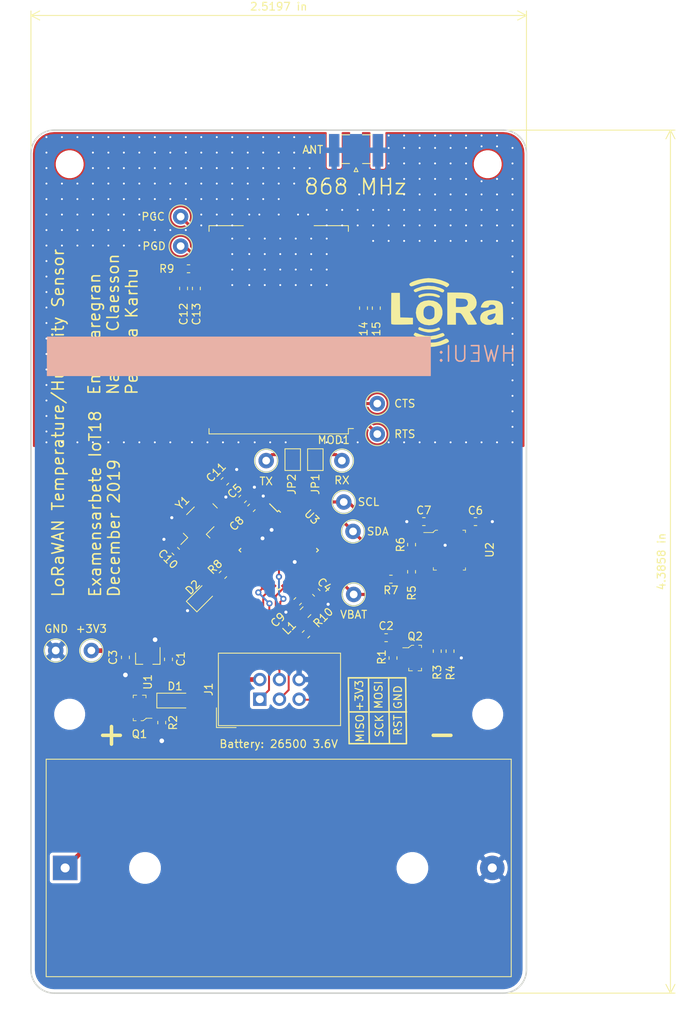
<source format=kicad_pcb>
(kicad_pcb (version 20171130) (host pcbnew 5.1.4+dfsg1-2)
  (title_block (title "Sensor PCB") (date 2019-12-05) (rev 1))
  (layers (0 F.Cu signal) (31 B.Cu signal) (34 B.Paste user) (35 F.Paste user) (36 B.SilkS user) (37 F.SilkS user) (38 B.Mask user) (39 F.Mask user) (44 Edge.Cuts user))
  (net 0 "")
  (net 1 GND)
  (net 2 "Net-(BT1-Pad1)")
  (net 3 +BATT)
  (net 4 /BAT_MON_EN)
  (net 5 "Net-(C2-Pad1)")
  (net 6 +3V3)
  (net 7 "Net-(C4-Pad1)")
  (net 8 /HIH6131_EN)
  (net 9 "Net-(C7-Pad1)")
  (net 10 +3.3VA)
  (net 11 "Net-(C10-Pad1)")
  (net 12 "Net-(C11-Pad1)")
  (net 13 "Net-(D1-Pad2)")
  (net 14 "Net-(D2-Pad2)")
  (net 15 /RESET)
  (net 16 /MOSI)
  (net 17 /SCK)
  (net 18 /MISO)
  (net 19 "Net-(J2-Pad1)")
  (net 20 "Net-(JP1-Pad1)")
  (net 21 /UART_RX)
  (net 22 "Net-(JP2-Pad1)")
  (net 23 /UART_TX)
  (net 24 "Net-(MOD1-Pad46)")
  (net 25 "Net-(MOD1-Pad45)")
  (net 26 "Net-(MOD1-Pad44)")
  (net 27 "Net-(MOD1-Pad43)")
  (net 28 "Net-(MOD1-Pad42)")
  (net 29 "Net-(MOD1-Pad40)")
  (net 30 "Net-(MOD1-Pad39)")
  (net 31 "Net-(MOD1-Pad38)")
  (net 32 "Net-(MOD1-Pad37)")
  (net 33 "Net-(MOD1-Pad36)")
  (net 34 "Net-(MOD1-Pad35)")
  (net 35 "Net-(MOD1-Pad32)")
  (net 36 "Net-(MOD1-Pad31)")
  (net 37 "Net-(MOD1-Pad30)")
  (net 38 "Net-(MOD1-Pad29)")
  (net 39 "Net-(MOD1-Pad25)")
  (net 40 "Net-(MOD1-Pad19)")
  (net 41 "Net-(MOD1-Pad18)")
  (net 42 "Net-(MOD1-Pad17)")
  (net 43 "Net-(MOD1-Pad16)")
  (net 44 "Net-(MOD1-Pad15)")
  (net 45 "Net-(MOD1-Pad14)")
  (net 46 "Net-(MOD1-Pad13)")
  (net 47 "Net-(MOD1-Pad10)")
  (net 48 "Net-(MOD1-Pad9)")
  (net 49 "Net-(MOD1-Pad5)")
  (net 50 "Net-(MOD1-Pad4)")
  (net 51 "Net-(MOD1-Pad3)")
  (net 52 "Net-(MOD1-Pad2)")
  (net 53 "Net-(Q2-Pad3)")
  (net 54 /VBAT)
  (net 55 /SDA)
  (net 56 /SCL)
  (net 57 /LED)
  (net 58 "Net-(U2-Pad7)")
  (net 59 "Net-(U2-Pad6)")
  (net 60 "Net-(U2-Pad5)")
  (net 61 "Net-(U3-Pad25)")
  (net 62 "Net-(U3-Pad22)")
  (net 63 "Net-(U3-Pad19)")
  (net 64 "Net-(U3-Pad14)")
  (net 65 "Net-(U3-Pad13)")
  (net 66 "Net-(U3-Pad12)")
  (net 67 "Net-(U3-Pad11)")
  (net 68 "Net-(U3-Pad10)")
  (net 69 "Net-(J3-Pad1)")
  (net 70 "Net-(J3-Pad2)")
  (net 71 "Net-(C6-Pad1)")
  (net 72 "Net-(U3-Pad2)")
  (net 73 "Net-(U3-Pad1)")
  (net 74 "Net-(U3-Pad32)")
  (module sensor_pcb:lora_logo (layer F.Cu) (at 166.1 59.8)
    (fp_text reference G*** hide)
    (fp_text value LOGO hide)
  )
  (module MountingHole:MountingHole_3.2mm_M3 (layer F.Cu) (at 117.4 41.2)
    (fp_text reference REF** hide)
    (fp_text value MountingHole_3.2mm_M3)
    (pad 1 np_thru_hole circle (at 0 0) (size 3.2 3.2) (drill 3.2) (layers *.Cu *.Mask))
  )
  (module MountingHole:MountingHole_3.2mm_M3 (layer F.Cu) (at 171.4 41.2)
    (fp_text reference REF** hide)
    (fp_text value MountingHole_3.2mm_M3)
    (pad 1 np_thru_hole circle (at 0 0) (size 3.2 3.2) (drill 3.2) (layers *.Cu *.Mask))
  )
  (module MountingHole:MountingHole_3.2mm_M3 (layer F.Cu) (at 117.4 112.2)
    (fp_text reference REF** hide)
    (fp_text value MountingHole_3.2mm_M3)
    (pad 1 np_thru_hole circle (at 0 0) (size 3.2 3.2) (drill 3.2) (layers *.Cu *.Mask))
  )
  (module MountingHole:MountingHole_3.2mm_M3 (layer F.Cu) (at 171.4 112.2)
    (fp_text reference REF** hide)
    (fp_text value MountingHole_3.2mm_M3)
    (pad 1 np_thru_hole circle (at 0 0) (size 3.2 3.2) (drill 3.2) (layers *.Cu *.Mask))
  )
  (module "sensor_pcb:2.0 mm arc" (layer F.Cu) (at 154.4 45.32)
    (fp_text reference J4 hide)
    (fp_text value Arc)
    (pad 1 connect circle (at -2 0) (size 0.75 0.75) (layers F.Cu) (net 70 "Net-(J3-Pad2)"))
    (pad 2 connect circle (at 0 -2) (size 0.75 0.75) (layers F.Cu) (net 19 "Net-(J2-Pad1)"))
  )
  (module "sensor_pcb:2.0 mm arc" (layer F.Cu) (at 147.67 47.32)
    (fp_text reference J3 hide)
    (fp_text value Arc)
    (pad 1 connect circle (at -2 0) (size 0.75 0.75) (layers F.Cu) (net 69 "Net-(J3-Pad1)"))
    (pad 2 connect circle (at 0 -2) (size 0.75 0.75) (layers F.Cu) (net 70 "Net-(J3-Pad2)"))
  )
  (module RF_Module:RN2483 (layer F.Cu) (at 144.4 62.572 180)
    (fp_text reference MOD1 (at -7.112 -14.224) (layer F.SilkS))
    (fp_text value RN2483A-I_RM105)
    (pad 1 smd rect (at -8.89 -12.065 180) (size 1.524 1.016) (layers F.Cu F.Paste F.Mask) (net 1 GND))
    (pad 2 smd rect (at -8.89 -10.795 180) (size 1.524 1.016) (layers F.Cu F.Paste F.Mask) (net 52 "Net-(MOD1-Pad2)"))
    (pad 3 smd rect (at -8.89 -9.525 180) (size 1.524 1.016) (layers F.Cu F.Paste F.Mask) (net 51 "Net-(MOD1-Pad3)"))
    (pad 4 smd rect (at -8.89 -8.255 180) (size 1.524 1.016) (layers F.Cu F.Paste F.Mask) (net 50 "Net-(MOD1-Pad4)"))
    (pad 5 smd rect (at -8.89 -6.985 180) (size 1.524 1.016) (layers F.Cu F.Paste F.Mask) (net 49 "Net-(MOD1-Pad5)"))
    (pad 6 smd rect (at -8.89 -5.715 180) (size 1.524 1.016) (layers F.Cu F.Paste F.Mask) (net 21 /UART_RX))
    (pad 7 smd rect (at -8.89 -4.445 180) (size 1.524 1.016) (layers F.Cu F.Paste F.Mask) (net 23 /UART_TX))
    (pad 8 smd rect (at -8.89 -3.175 180) (size 1.524 1.016) (layers F.Cu F.Paste F.Mask) (net 1 GND))
    (pad 9 smd rect (at -8.89 -1.905 180) (size 1.524 1.016) (layers F.Cu F.Paste F.Mask) (net 48 "Net-(MOD1-Pad9)"))
    (pad 10 smd rect (at -8.89 -0.635 180) (size 1.524 1.016) (layers F.Cu F.Paste F.Mask) (net 47 "Net-(MOD1-Pad10)"))
    (pad 11 smd rect (at -8.89 0.635 180) (size 1.524 1.016) (layers F.Cu F.Paste F.Mask) (net 1 GND))
    (pad 12 smd rect (at -8.89 1.905 180) (size 1.524 1.016) (layers F.Cu F.Paste F.Mask) (net 6 +3V3))
    (pad 13 smd rect (at -8.89 3.175 180) (size 1.524 1.016) (layers F.Cu F.Paste F.Mask) (net 46 "Net-(MOD1-Pad13)"))
    (pad 14 smd rect (at -8.89 4.445 180) (size 1.524 1.016) (layers F.Cu F.Paste F.Mask) (net 45 "Net-(MOD1-Pad14)"))
    (pad 15 smd rect (at -8.89 5.715 180) (size 1.524 1.016) (layers F.Cu F.Paste F.Mask) (net 44 "Net-(MOD1-Pad15)"))
    (pad 16 smd rect (at -8.89 6.985 180) (size 1.524 1.016) (layers F.Cu F.Paste F.Mask) (net 43 "Net-(MOD1-Pad16)"))
    (pad 17 smd rect (at -8.89 8.255 180) (size 1.524 1.016) (layers F.Cu F.Paste F.Mask) (net 42 "Net-(MOD1-Pad17)"))
    (pad 18 smd rect (at -8.89 9.525 180) (size 1.524 1.016) (layers F.Cu F.Paste F.Mask) (net 41 "Net-(MOD1-Pad18)"))
    (pad 19 smd rect (at -8.89 10.795 180) (size 1.524 1.016) (layers F.Cu F.Paste F.Mask) (net 40 "Net-(MOD1-Pad19)"))
    (pad 20 smd rect (at -8.89 12.065 180) (size 1.524 1.016) (layers F.Cu F.Paste F.Mask) (net 1 GND))
    (pad 21 smd rect (at -3.81 13.335 270) (size 1.524 1.016) (layers F.Cu F.Paste F.Mask) (net 1 GND))
    (pad 22 smd rect (at -2.54 13.335 270) (size 1.524 1.016) (layers F.Cu F.Paste F.Mask) (net 1 GND))
    (pad 23 smd rect (at -1.27 13.335 270) (size 1.524 1.016) (layers F.Cu F.Paste F.Mask) (net 69 "Net-(J3-Pad1)"))
    (pad 24 smd rect (at 0 13.335 270) (size 1.524 1.016) (layers F.Cu F.Paste F.Mask) (net 1 GND))
    (pad 25 smd rect (at 1.27 13.335 270) (size 1.524 1.016) (layers F.Cu F.Paste F.Mask) (net 39 "Net-(MOD1-Pad25)"))
    (pad 26 smd rect (at 2.54 13.335 270) (size 1.524 1.016) (layers F.Cu F.Paste F.Mask) (net 1 GND))
    (pad 27 smd rect (at 3.81 13.335 270) (size 1.524 1.016) (layers F.Cu F.Paste F.Mask) (net 1 GND))
    (pad 28 smd rect (at 8.89 12.065 180) (size 1.524 1.016) (layers F.Cu F.Paste F.Mask) (net 1 GND))
    (pad 29 smd rect (at 8.89 10.795 180) (size 1.524 1.016) (layers F.Cu F.Paste F.Mask) (net 38 "Net-(MOD1-Pad29)"))
    (pad 30 smd rect (at 8.89 9.525 180) (size 1.524 1.016) (layers F.Cu F.Paste F.Mask) (net 37 "Net-(MOD1-Pad30)"))
    (pad 31 smd rect (at 8.89 8.255 180) (size 1.524 1.016) (layers F.Cu F.Paste F.Mask) (net 36 "Net-(MOD1-Pad31)"))
    (pad 32 smd rect (at 8.89 6.985 180) (size 1.524 1.016) (layers F.Cu F.Paste F.Mask) (net 35 "Net-(MOD1-Pad32)"))
    (pad 33 smd rect (at 8.89 5.715 180) (size 1.524 1.016) (layers F.Cu F.Paste F.Mask) (net 1 GND))
    (pad 34 smd rect (at 8.89 4.445 180) (size 1.524 1.016) (layers F.Cu F.Paste F.Mask) (net 6 +3V3))
    (pad 35 smd rect (at 8.89 3.175 180) (size 1.524 1.016) (layers F.Cu F.Paste F.Mask) (net 34 "Net-(MOD1-Pad35)"))
    (pad 36 smd rect (at 8.89 1.905 180) (size 1.524 1.016) (layers F.Cu F.Paste F.Mask) (net 33 "Net-(MOD1-Pad36)"))
    (pad 37 smd rect (at 8.89 0.635 180) (size 1.524 1.016) (layers F.Cu F.Paste F.Mask) (net 32 "Net-(MOD1-Pad37)"))
    (pad 38 smd rect (at 8.89 -0.635 180) (size 1.524 1.016) (layers F.Cu F.Paste F.Mask) (net 31 "Net-(MOD1-Pad38)"))
    (pad 39 smd rect (at 8.89 -1.905 180) (size 1.524 1.016) (layers F.Cu F.Paste F.Mask) (net 30 "Net-(MOD1-Pad39)"))
    (pad 40 smd rect (at 8.89 -3.175 180) (size 1.524 1.016) (layers F.Cu F.Paste F.Mask) (net 29 "Net-(MOD1-Pad40)"))
    (pad 41 smd rect (at 8.89 -4.445 180) (size 1.524 1.016) (layers F.Cu F.Paste F.Mask) (net 1 GND))
    (pad 42 smd rect (at 8.89 -5.715 180) (size 1.524 1.016) (layers F.Cu F.Paste F.Mask) (net 28 "Net-(MOD1-Pad42)"))
    (pad 43 smd rect (at 8.89 -6.985 180) (size 1.524 1.016) (layers F.Cu F.Paste F.Mask) (net 27 "Net-(MOD1-Pad43)"))
    (pad 44 smd rect (at 8.89 -8.255 180) (size 1.524 1.016) (layers F.Cu F.Paste F.Mask) (net 26 "Net-(MOD1-Pad44)"))
    (pad 45 smd rect (at 8.89 -9.525 180) (size 1.524 1.016) (layers F.Cu F.Paste F.Mask) (net 25 "Net-(MOD1-Pad45)"))
    (pad 46 smd rect (at 8.89 -10.795 180) (size 1.524 1.016) (layers F.Cu F.Paste F.Mask) (net 24 "Net-(MOD1-Pad46)"))
    (pad 47 smd rect (at 8.89 -12.065 180) (size 1.524 1.016) (layers F.Cu F.Paste F.Mask) (net 1 GND))
  )
  (module Crystal:Crystal_SMD_EuroQuartz_MJ-4Pin_5.0x3.2mm_HandSoldering (layer F.Cu) (at 134.274 87.21 45)
    (fp_text reference Y1 (at 0 -3.25 45) (layer F.SilkS))
    (fp_text value "8 MHz")
    (pad 4 smd rect (at -2.325 -1.425 45) (size 2.85 1.65) (layers F.Cu F.Paste F.Mask) (net 1 GND))
    (pad 3 smd rect (at 2.325 -1.425 45) (size 2.85 1.65) (layers F.Cu F.Paste F.Mask) (net 12 "Net-(C11-Pad1)"))
    (pad 2 smd rect (at 2.325 1.425 45) (size 2.85 1.65) (layers F.Cu F.Paste F.Mask) (net 1 GND))
    (pad 1 smd rect (at -2.325 1.425 45) (size 2.85 1.65) (layers F.Cu F.Paste F.Mask) (net 11 "Net-(C10-Pad1)"))
  )
  (module Package_QFP:TQFP-32_7x7mm_P0.8mm (layer F.Cu) (at 144.4 91.02 315)
    (fp_text reference U3 (at 0 -6.05 135) (layer F.SilkS))
    (fp_text value ATmega328P-AU)
    (pad 32 smd rect (at -2.8 -4.25 45) (size 1.6 0.55) (layers F.Cu F.Paste F.Mask) (net 74 "Net-(U3-Pad32)"))
    (pad 31 smd rect (at -2 -4.25 45) (size 1.6 0.55) (layers F.Cu F.Paste F.Mask) (net 22 "Net-(JP2-Pad1)"))
    (pad 30 smd rect (at -1.2 -4.25 45) (size 1.6 0.55) (layers F.Cu F.Paste F.Mask) (net 20 "Net-(JP1-Pad1)"))
    (pad 29 smd rect (at -0.4 -4.25 45) (size 1.6 0.55) (layers F.Cu F.Paste F.Mask) (net 15 /RESET))
    (pad 28 smd rect (at 0.4 -4.25 45) (size 1.6 0.55) (layers F.Cu F.Paste F.Mask) (net 56 /SCL))
    (pad 27 smd rect (at 1.2 -4.25 45) (size 1.6 0.55) (layers F.Cu F.Paste F.Mask) (net 55 /SDA))
    (pad 26 smd rect (at 2 -4.25 45) (size 1.6 0.55) (layers F.Cu F.Paste F.Mask) (net 8 /HIH6131_EN))
    (pad 25 smd rect (at 2.8 -4.25 45) (size 1.6 0.55) (layers F.Cu F.Paste F.Mask) (net 61 "Net-(U3-Pad25)"))
    (pad 24 smd rect (at 4.25 -2.8 315) (size 1.6 0.55) (layers F.Cu F.Paste F.Mask) (net 54 /VBAT))
    (pad 23 smd rect (at 4.25 -2 315) (size 1.6 0.55) (layers F.Cu F.Paste F.Mask) (net 4 /BAT_MON_EN))
    (pad 22 smd rect (at 4.25 -1.2 315) (size 1.6 0.55) (layers F.Cu F.Paste F.Mask) (net 62 "Net-(U3-Pad22)"))
    (pad 21 smd rect (at 4.25 -0.4 315) (size 1.6 0.55) (layers F.Cu F.Paste F.Mask) (net 1 GND))
    (pad 20 smd rect (at 4.25 0.4 315) (size 1.6 0.55) (layers F.Cu F.Paste F.Mask) (net 7 "Net-(C4-Pad1)"))
    (pad 19 smd rect (at 4.25 1.2 315) (size 1.6 0.55) (layers F.Cu F.Paste F.Mask) (net 63 "Net-(U3-Pad19)"))
    (pad 18 smd rect (at 4.25 2 315) (size 1.6 0.55) (layers F.Cu F.Paste F.Mask) (net 10 +3.3VA))
    (pad 17 smd rect (at 4.25 2.8 315) (size 1.6 0.55) (layers F.Cu F.Paste F.Mask) (net 17 /SCK))
    (pad 16 smd rect (at 2.8 4.25 45) (size 1.6 0.55) (layers F.Cu F.Paste F.Mask) (net 18 /MISO))
    (pad 15 smd rect (at 2 4.25 45) (size 1.6 0.55) (layers F.Cu F.Paste F.Mask) (net 16 /MOSI))
    (pad 14 smd rect (at 1.2 4.25 45) (size 1.6 0.55) (layers F.Cu F.Paste F.Mask) (net 64 "Net-(U3-Pad14)"))
    (pad 13 smd rect (at 0.4 4.25 45) (size 1.6 0.55) (layers F.Cu F.Paste F.Mask) (net 65 "Net-(U3-Pad13)"))
    (pad 12 smd rect (at -0.4 4.25 45) (size 1.6 0.55) (layers F.Cu F.Paste F.Mask) (net 66 "Net-(U3-Pad12)"))
    (pad 11 smd rect (at -1.2 4.25 45) (size 1.6 0.55) (layers F.Cu F.Paste F.Mask) (net 67 "Net-(U3-Pad11)"))
    (pad 10 smd rect (at -2 4.25 45) (size 1.6 0.55) (layers F.Cu F.Paste F.Mask) (net 68 "Net-(U3-Pad10)"))
    (pad 9 smd rect (at -2.8 4.25 45) (size 1.6 0.55) (layers F.Cu F.Paste F.Mask) (net 57 /LED))
    (pad 8 smd rect (at -4.25 2.8 315) (size 1.6 0.55) (layers F.Cu F.Paste F.Mask) (net 11 "Net-(C10-Pad1)"))
    (pad 7 smd rect (at -4.25 2 315) (size 1.6 0.55) (layers F.Cu F.Paste F.Mask) (net 12 "Net-(C11-Pad1)"))
    (pad 6 smd rect (at -4.25 1.2 315) (size 1.6 0.55) (layers F.Cu F.Paste F.Mask) (net 6 +3V3))
    (pad 5 smd rect (at -4.25 0.4 315) (size 1.6 0.55) (layers F.Cu F.Paste F.Mask) (net 1 GND))
    (pad 4 smd rect (at -4.25 -0.4 315) (size 1.6 0.55) (layers F.Cu F.Paste F.Mask) (net 6 +3V3))
    (pad 3 smd rect (at -4.25 -1.2 315) (size 1.6 0.55) (layers F.Cu F.Paste F.Mask) (net 1 GND))
    (pad 2 smd rect (at -4.25 -2 315) (size 1.6 0.55) (layers F.Cu F.Paste F.Mask) (net 72 "Net-(U3-Pad2)"))
    (pad 1 smd rect (at -4.25 -2.8 315) (size 1.6 0.55) (layers F.Cu F.Paste F.Mask) (net 73 "Net-(U3-Pad1)"))
  )
  (module digikey-footprints:Humidity_HIH61xx (layer F.Cu) (at 166.4525 91.0195 270)
    (fp_text reference U2 (at -0.03 -5.2 90) (layer F.SilkS))
    (fp_text value HIH6131-021-001)
    (pad 8 smd rect (at -1.905 -2.45 270) (size 0.61 2.03) (layers F.Cu F.Paste F.Mask) (net 71 "Net-(C6-Pad1)"))
    (pad 7 smd rect (at -0.635 -2.45 270) (size 0.61 2.03) (layers F.Cu F.Paste F.Mask) (net 58 "Net-(U2-Pad7)"))
    (pad 6 smd rect (at 0.635 -2.45 270) (size 0.61 2.03) (layers F.Cu F.Paste F.Mask) (net 59 "Net-(U2-Pad6)"))
    (pad 5 smd rect (at 1.905 -2.45 270) (size 0.61 2.03) (layers F.Cu F.Paste F.Mask) (net 60 "Net-(U2-Pad5)"))
    (pad 1 smd rect (at -1.905 2.45 270) (size 0.61 2.03) (layers F.Cu F.Paste F.Mask) (net 9 "Net-(C7-Pad1)"))
    (pad 2 smd rect (at -0.635 2.45 270) (size 0.61 2.03) (layers F.Cu F.Paste F.Mask) (net 1 GND))
    (pad 3 smd rect (at 0.635 2.45 270) (size 0.61 2.03) (layers F.Cu F.Paste F.Mask) (net 56 /SCL))
    (pad 4 smd rect (at 1.905 2.45 270) (size 0.61 2.03) (layers F.Cu F.Paste F.Mask) (net 55 /SDA))
  )
  (module Package_TO_SOT_SMD:SOT-23 (layer F.Cu) (at 127.495 104.9905 270)
    (fp_text reference U1 (at 3.048 0 90) (layer F.SilkS))
    (fp_text value MCP1700-3302E_SOT23)
    (pad 3 smd rect (at 1 0 270) (size 0.9 0.8) (layers F.Cu F.Paste F.Mask) (net 3 +BATT))
    (pad 2 smd rect (at -1 0.95 270) (size 0.9 0.8) (layers F.Cu F.Paste F.Mask) (net 6 +3V3))
    (pad 1 smd rect (at -1 -0.95 270) (size 0.9 0.8) (layers F.Cu F.Paste F.Mask) (net 1 GND))
  )
  (module TestPoint:TestPoint_Loop_D2.50mm_Drill1.0mm (layer F.Cu) (at 142.783 79.463)
    (fp_text reference TX (at 0 2.667) (layer F.SilkS))
    (fp_text value TX)
    (pad 1 thru_hole circle (at 0 0) (size 2 2) (drill 1) (layers *.Cu *.Mask) (net 23 /UART_TX))
  )
  (module TestPoint:TestPoint_Loop_D2.50mm_Drill1.0mm (layer F.Cu) (at 152.562 79.463)
    (fp_text reference RX (at 0 2.54) (layer F.SilkS))
    (fp_text value RX)
    (pad 1 thru_hole circle (at 0 0) (size 2 2) (drill 1) (layers *.Cu *.Mask) (net 21 /UART_RX))
  )
  (module TestPoint:TestPoint_Loop_D2.50mm_Drill1.0mm (layer F.Cu) (at 152.8 84.8)
    (fp_text reference SCL (at 3.2 0) (layer F.SilkS))
    (fp_text value SCL)
    (pad 1 thru_hole circle (at 0 0) (size 2 2) (drill 1) (layers *.Cu *.Mask) (net 56 /SCL))
  )
  (module TestPoint:TestPoint_Loop_D2.50mm_Drill1.0mm (layer F.Cu) (at 154 88.6)
    (fp_text reference SDA (at 3.2 0) (layer F.SilkS))
    (fp_text value SDA)
    (pad 1 thru_hole circle (at 0 0) (size 2 2) (drill 1) (layers *.Cu *.Mask) (net 55 /SDA))
  )
  (module TestPoint:TestPoint_Loop_D2.50mm_Drill1.0mm (layer F.Cu) (at 154.086 96.735)
    (fp_text reference VBAT (at 0 2.6) (layer F.SilkS))
    (fp_text value VBAT)
    (pad 1 thru_hole circle (at 0 0) (size 2 2) (drill 1) (layers *.Cu *.Mask) (net 54 /VBAT))
  )
  (module TestPoint:TestPoint_Loop_D2.50mm_Drill1.0mm (layer F.Cu) (at 115.6 103.974)
    (fp_text reference GND (at 0.0685 -2.794) (layer F.SilkS))
    (fp_text value GND)
    (pad 1 thru_hole circle (at 0 0) (size 2 2) (drill 1) (layers *.Cu *.Mask) (net 1 GND))
  )
  (module TestPoint:TestPoint_Loop_D2.50mm_Drill1.0mm (layer F.Cu) (at 120.2 103.974)
    (fp_text reference +3V3 (at 0 -2.8) (layer F.SilkS))
    (fp_text value +3V3)
    (pad 1 thru_hole circle (at 0 0) (size 2 2) (drill 1) (layers *.Cu *.Mask) (net 6 +3V3))
  )
  (module TestPoint:TestPoint_Loop_D2.50mm_Drill1.0mm (layer F.Cu) (at 131.734 47.967)
    (fp_text reference PGC (at -3.556 0) (layer F.SilkS))
    (fp_text value PGC_INT)
    (pad 1 thru_hole circle (at 0 0) (size 2 2) (drill 1) (layers *.Cu *.Mask) (net 37 "Net-(MOD1-Pad30)"))
  )
  (module TestPoint:TestPoint_Loop_D2.50mm_Drill1.0mm (layer F.Cu) (at 131.734 51.777)
    (fp_text reference PGD (at -3.429 0) (layer F.SilkS))
    (fp_text value PGD_INT)
    (pad 1 thru_hole circle (at 0 0) (size 2 2) (drill 1) (layers *.Cu *.Mask) (net 36 "Net-(MOD1-Pad31)"))
  )
  (module TestPoint:TestPoint_Loop_D2.50mm_Drill1.0mm (layer F.Cu) (at 157.134 72.097)
    (fp_text reference CTS (at 3.556 0) (layer F.SilkS))
    (fp_text value UART_CTS)
    (pad 1 thru_hole circle (at 0 0) (size 2 2) (drill 1) (layers *.Cu *.Mask) (net 51 "Net-(MOD1-Pad3)"))
  )
  (module TestPoint:TestPoint_Loop_D2.50mm_Drill1.0mm (layer F.Cu) (at 157.134 76.034)
    (fp_text reference RTS (at 3.556 0) (layer F.SilkS))
    (fp_text value UART_RTS)
    (pad 1 thru_hole circle (at 0 0) (size 2 2) (drill 1) (layers *.Cu *.Mask) (net 52 "Net-(MOD1-Pad2)"))
  )
  (module Resistor_SMD:R_0603_1608Metric_Pad1.05x0.95mm_HandSolder (layer F.Cu) (at 147.9265 101.8785 45)
    (fp_text reference R10 (at 3.098188 0.044901 45) (layer F.SilkS))
    (fp_text value 10k)
    (pad 2 smd roundrect (at 0.875 0 45) (size 1.05 0.95) (layers F.Cu F.Paste F.Mask) (net 6 +3V3))
    (pad 1 smd roundrect (at -0.875 0 45) (size 1.05 0.95) (layers F.Cu F.Paste F.Mask) (net 15 /RESET))
  )
  (module Resistor_SMD:R_0603_1608Metric_Pad1.05x0.95mm_HandSolder (layer F.Cu) (at 132.75 54.698 180)
    (fp_text reference R9 (at 2.808 0) (layer F.SilkS))
    (fp_text value 10k)
    (pad 2 smd roundrect (at 0.875 0 180) (size 1.05 0.95) (layers F.Cu F.Paste F.Mask) (net 6 +3V3))
    (pad 1 smd roundrect (at -0.875 0 180) (size 1.05 0.95) (layers F.Cu F.Paste F.Mask) (net 35 "Net-(MOD1-Pad32)"))
  )
  (module Resistor_SMD:R_0603_1608Metric_Pad1.05x0.95mm_HandSolder (layer F.Cu) (at 137.195 94.195 45)
    (fp_text reference R8 (at 0 -1.43 45) (layer F.SilkS))
    (fp_text value 1k)
    (pad 2 smd roundrect (at 0.875 0 45) (size 1.05 0.95) (layers F.Cu F.Paste F.Mask) (net 57 /LED))
    (pad 1 smd roundrect (at -0.875 0 45) (size 1.05 0.95) (layers F.Cu F.Paste F.Mask) (net 14 "Net-(D2-Pad2)"))
  )
  (module Resistor_SMD:R_0603_1608Metric_Pad1.05x0.95mm_HandSolder (layer F.Cu) (at 158.896 94.766 180)
    (fp_text reference R7 (at 0 -1.43) (layer F.SilkS))
    (fp_text value 220R)
    (pad 2 smd roundrect (at 0.875 0 180) (size 1.05 0.95) (layers F.Cu F.Paste F.Mask) (net 8 /HIH6131_EN))
    (pad 1 smd roundrect (at -0.875 0 180) (size 1.05 0.95) (layers F.Cu F.Paste F.Mask) (net 71 "Net-(C6-Pad1)"))
  )
  (module Resistor_SMD:R_0603_1608Metric_Pad1.05x0.95mm_HandSolder (layer F.Cu) (at 161.563 90.307 90)
    (fp_text reference R6 (at 0 -1.43 90) (layer F.SilkS))
    (fp_text value 2.2k)
    (pad 2 smd roundrect (at 0.875 0 90) (size 1.05 0.95) (layers F.Cu F.Paste F.Mask) (net 71 "Net-(C6-Pad1)"))
    (pad 1 smd roundrect (at -0.875 0 90) (size 1.05 0.95) (layers F.Cu F.Paste F.Mask) (net 56 /SCL))
  )
  (module Resistor_SMD:R_0603_1608Metric_Pad1.05x0.95mm_HandSolder (layer F.Cu) (at 161.563 93.8135 270)
    (fp_text reference R5 (at 2.731 -0.016 90) (layer F.SilkS))
    (fp_text value 2.2k)
    (pad 2 smd roundrect (at 0.875 0 270) (size 1.05 0.95) (layers F.Cu F.Paste F.Mask) (net 71 "Net-(C6-Pad1)"))
    (pad 1 smd roundrect (at -0.875 0 270) (size 1.05 0.95) (layers F.Cu F.Paste F.Mask) (net 55 /SDA))
  )
  (module Resistor_SMD:R_0603_1608Metric_Pad1.05x0.95mm_HandSolder (layer F.Cu) (at 166.531 104.0555 90)
    (fp_text reference R4 (at -2.794 0.0635 90) (layer F.SilkS))
    (fp_text value 47k)
    (pad 2 smd roundrect (at 0.875 0 90) (size 1.05 0.95) (layers F.Cu F.Paste F.Mask) (net 54 /VBAT))
    (pad 1 smd roundrect (at -0.875 0 90) (size 1.05 0.95) (layers F.Cu F.Paste F.Mask) (net 1 GND))
  )
  (module Resistor_SMD:R_0603_1608Metric_Pad1.05x0.95mm_HandSolder (layer F.Cu) (at 164.88 104.0555 270)
    (fp_text reference R3 (at 2.7305 0 90) (layer F.SilkS))
    (fp_text value 10k)
    (pad 2 smd roundrect (at 0.875 0 270) (size 1.05 0.95) (layers F.Cu F.Paste F.Mask) (net 53 "Net-(Q2-Pad3)"))
    (pad 1 smd roundrect (at -0.875 0 270) (size 1.05 0.95) (layers F.Cu F.Paste F.Mask) (net 54 /VBAT))
  )
  (module Resistor_SMD:R_0603_1608Metric_Pad1.05x0.95mm_HandSolder (layer F.Cu) (at 129.294 113.279 90)
    (fp_text reference R2 (at -0.014 1.4605 90) (layer F.SilkS))
    (fp_text value 100k)
    (pad 2 smd roundrect (at 0.875 0 90) (size 1.05 0.95) (layers F.Cu F.Paste F.Mask) (net 13 "Net-(D1-Pad2)"))
    (pad 1 smd roundrect (at -0.875 0 90) (size 1.05 0.95) (layers F.Cu F.Paste F.Mask) (net 1 GND))
  )
  (module Resistor_SMD:R_0603_1608Metric_Pad1.05x0.95mm_HandSolder (layer F.Cu) (at 159.165 104.9445 270)
    (fp_text reference R1 (at -0.127 1.4605 90) (layer F.SilkS))
    (fp_text value 10k)
    (pad 2 smd roundrect (at 0.875 0 270) (size 1.05 0.95) (layers F.Cu F.Paste F.Mask) (net 3 +BATT))
    (pad 1 smd roundrect (at -0.875 0 270) (size 1.05 0.95) (layers F.Cu F.Paste F.Mask) (net 5 "Net-(C2-Pad1)"))
  )
  (module digikey-footprints:SOT-23-3 (layer F.Cu) (at 162.0225 104.9445)
    (fp_text reference Q2 (at 0 -2.794) (layer F.SilkS))
    (fp_text value AO3401A)
    (pad 1 smd rect (at -1.05 -0.95) (size 1.3 0.6) (layers F.Cu F.Paste F.Mask) (net 5 "Net-(C2-Pad1)"))
    (pad 2 smd rect (at -1.05 0.95) (size 1.3 0.6) (layers F.Cu F.Paste F.Mask) (net 3 +BATT))
    (pad 3 smd rect (at 1.05 0) (size 1.3 0.6) (layers F.Cu F.Paste F.Mask) (net 53 "Net-(Q2-Pad3)"))
  )
  (module digikey-footprints:SOT-23-3 (layer F.Cu) (at 126.4365 111.388 180)
    (fp_text reference Q1 (at 0.025 -3.375) (layer F.SilkS))
    (fp_text value AO3401A)
    (pad 1 smd rect (at -1.05 -0.95 180) (size 1.3 0.6) (layers F.Cu F.Paste F.Mask) (net 13 "Net-(D1-Pad2)"))
    (pad 2 smd rect (at -1.05 0.95 180) (size 1.3 0.6) (layers F.Cu F.Paste F.Mask) (net 3 +BATT))
    (pad 3 smd rect (at 1.05 0 180) (size 1.3 0.6) (layers F.Cu F.Paste F.Mask) (net 2 "Net-(BT1-Pad1)"))
  )
  (module Inductor_SMD:L_0805_2012Metric_Pad1.15x1.40mm_HandSolder (layer F.Cu) (at 147.863 99.021 45)
    (fp_text reference L1 (at -2.918583 -0.044901 45) (layer F.SilkS))
    (fp_text value 10uH)
    (pad 2 smd roundrect (at 1.025 0 45) (size 1.15 1.4) (layers F.Cu F.Paste F.Mask) (roundrect_rratio 0.217391) (net 10 +3.3VA))
    (pad 1 smd roundrect (at -1.025 0 45) (size 1.15 1.4) (layers F.Cu F.Paste F.Mask) (roundrect_rratio 0.217391) (net 6 +3V3))
  )
  (module Jumper:SolderJumper-2_P1.3mm_Open_Pad1.0x1.5mm (layer F.Cu) (at 146.212 79.336 90)
    (fp_text reference JP2 (at -3.175 -0.127 90) (layer F.SilkS))
    (fp_text value TX)
    (pad 1 smd rect (at -0.65 0 90) (size 1 1.5) (layers F.Cu F.Mask) (net 22 "Net-(JP2-Pad1)"))
    (pad 2 smd rect (at 0.65 0 90) (size 1 1.5) (layers F.Cu F.Mask) (net 23 /UART_TX))
  )
  (module Jumper:SolderJumper-2_P1.3mm_Open_Pad1.0x1.5mm (layer F.Cu) (at 149.133 79.336 90)
    (fp_text reference JP1 (at -3.175 0 90) (layer F.SilkS))
    (fp_text value RX)
    (pad 1 smd rect (at -0.65 0 90) (size 1 1.5) (layers F.Cu F.Mask) (net 20 "Net-(JP1-Pad1)"))
    (pad 2 smd rect (at 0.65 0 90) (size 1 1.5) (layers F.Cu F.Mask) (net 21 /UART_RX))
  )
  (module Connector_Coaxial:SMA_Samtec_SMA-J-P-X-ST-EM1_EdgeMount (layer F.Cu) (at 154.39 39.4 180)
    (fp_text reference ANT (at 5.588 0.073) (layer F.SilkS))
    (fp_text value "SMA female")
    (pad 1 smd rect (at 0 0.2 180) (size 1.27 3.6) (layers F.Cu F.Paste F.Mask) (net 19 "Net-(J2-Pad1)"))
    (pad 2 smd rect (at 2.825 0 180) (size 1.35 4.2) (layers F.Cu F.Paste F.Mask) (net 1 GND))
    (pad 2 smd rect (at -2.825 0 180) (size 1.35 4.2) (layers F.Cu F.Paste F.Mask) (net 1 GND))
    (pad 2 smd rect (at 2.825 0 180) (size 1.35 4.2) (layers B.Cu B.Paste B.Mask) (net 1 GND))
    (pad 2 smd rect (at -2.825 0 180) (size 1.35 4.2) (layers B.Cu B.Paste B.Mask) (net 1 GND))
  )
  (module Connector_IDC:IDC-Header_2x03_P2.54mm_Vertical (layer F.Cu) (at 141.9575 110.2605 90)
    (fp_text reference J1 (at 1.27 -6.604 90) (layer F.SilkS))
    (fp_text value AVR-ISP-6)
    (pad 6 thru_hole oval (at 2.54 5.08 90) (size 1.7272 1.7272) (drill 1.016) (layers *.Cu *.Mask) (net 1 GND))
    (pad 5 thru_hole oval (at 0 5.08 90) (size 1.7272 1.7272) (drill 1.016) (layers *.Cu *.Mask) (net 15 /RESET))
    (pad 4 thru_hole oval (at 2.54 2.54 90) (size 1.7272 1.7272) (drill 1.016) (layers *.Cu *.Mask) (net 16 /MOSI))
    (pad 3 thru_hole oval (at 0 2.54 90) (size 1.7272 1.7272) (drill 1.016) (layers *.Cu *.Mask) (net 17 /SCK))
    (pad 2 thru_hole oval (at 2.54 0 90) (size 1.7272 1.7272) (drill 1.016) (layers *.Cu *.Mask) (net 6 +3V3))
    (pad 1 thru_hole rect (at 0 0 90) (size 1.7272 1.7272) (drill 1.016) (layers *.Cu *.Mask) (net 18 /MISO))
  )
  (module LED_SMD:LED_0805_2012Metric_Pad1.15x1.40mm_HandSolder (layer F.Cu) (at 134.4645 96.989 45)
    (fp_text reference D2 (at 0 -1.65 45) (layer F.SilkS))
    (fp_text value LED)
    (pad 2 smd roundrect (at 1.025 0 45) (size 1.15 1.4) (layers F.Cu F.Paste F.Mask) (roundrect_rratio 0.217391) (net 14 "Net-(D2-Pad2)"))
    (pad 1 smd roundrect (at -1.025 0 45) (size 1.15 1.4) (layers F.Cu F.Paste F.Mask) (roundrect_rratio 0.217391) (net 1 GND))
  )
  (module sensor_pcb:DO219-AB (layer F.Cu) (at 131.0085 110.4355)
    (fp_text reference D1 (at 0 -1.8415) (layer F.SilkS))
    (fp_text value BZD27C10P)
    (pad 1 smd rect (at -1.45 0) (size 1.3 1.4) (layers F.Cu F.Paste F.Mask) (net 3 +BATT))
    (pad 2 smd rect (at 1.45 0) (size 1.3 1.4) (layers F.Cu F.Paste F.Mask) (net 13 "Net-(D1-Pad2)"))
  )
  (module Capacitor_SMD:C_0603_1608Metric_Pad1.05x0.95mm_HandSolder (layer F.Cu) (at 157.007 59.778 90)
    (fp_text reference C15 (at -3.175 0 90) (layer F.SilkS))
    (fp_text value 10uF)
    (pad 2 smd roundrect (at 0.875 0 90) (size 1.05 0.95) (layers F.Cu F.Paste F.Mask) (net 1 GND))
    (pad 1 smd roundrect (at -0.875 0 90) (size 1.05 0.95) (layers F.Cu F.Paste F.Mask) (net 6 +3V3))
  )
  (module Capacitor_SMD:C_0603_1608Metric_Pad1.05x0.95mm_HandSolder (layer F.Cu) (at 155.356 59.778 90)
    (fp_text reference C14 (at -3.175 0 90) (layer F.SilkS))
    (fp_text value 100nF)
    (pad 2 smd roundrect (at 0.875 0 90) (size 1.05 0.95) (layers F.Cu F.Paste F.Mask) (net 1 GND))
    (pad 1 smd roundrect (at -0.875 0 90) (size 1.05 0.95) (layers F.Cu F.Paste F.Mask) (net 6 +3V3))
  )
  (module Capacitor_SMD:C_0603_1608Metric_Pad1.05x0.95mm_HandSolder (layer F.Cu) (at 133.766 57.238 90)
    (fp_text reference C13 (at -3.302 0 90) (layer F.SilkS))
    (fp_text value 100nF)
    (pad 2 smd roundrect (at 0.875 0 90) (size 1.05 0.95) (layers F.Cu F.Paste F.Mask) (net 1 GND))
    (pad 1 smd roundrect (at -0.875 0 90) (size 1.05 0.95) (layers F.Cu F.Paste F.Mask) (net 6 +3V3))
  )
  (module Capacitor_SMD:C_0603_1608Metric_Pad1.05x0.95mm_HandSolder (layer F.Cu) (at 132.115 57.238 90)
    (fp_text reference C12 (at -3.302 0 90) (layer F.SilkS))
    (fp_text value 10uF)
    (pad 2 smd roundrect (at 0.875 0 90) (size 1.05 0.95) (layers F.Cu F.Paste F.Mask) (net 1 GND))
    (pad 1 smd roundrect (at -0.875 0 90) (size 1.05 0.95) (layers F.Cu F.Paste F.Mask) (net 6 +3V3))
  )
  (module Capacitor_SMD:C_0603_1608Metric_Pad1.05x0.95mm_HandSolder (layer F.Cu) (at 137.449 82.13 45)
    (fp_text reference C11 (at 0 -1.616446 45) (layer F.SilkS))
    (fp_text value 18pF)
    (pad 2 smd roundrect (at 0.875 0 45) (size 1.05 0.95) (layers F.Cu F.Paste F.Mask) (net 1 GND))
    (pad 1 smd roundrect (at -0.875 0 45) (size 1.05 0.95) (layers F.Cu F.Paste F.Mask) (net 12 "Net-(C11-Pad1)"))
  )
  (module Capacitor_SMD:C_0603_1608Metric_Pad1.05x0.95mm_HandSolder (layer F.Cu) (at 131.099 91.147 135)
    (fp_text reference C10 (at 0 -1.43 135) (layer F.SilkS))
    (fp_text value 18pF)
    (pad 2 smd roundrect (at 0.875 0 135) (size 1.05 0.95) (layers F.Cu F.Paste F.Mask) (net 1 GND))
    (pad 1 smd roundrect (at -0.875 0 135) (size 1.05 0.95) (layers F.Cu F.Paste F.Mask) (net 11 "Net-(C10-Pad1)"))
  )
  (module Capacitor_SMD:C_0603_1608Metric_Pad1.05x0.95mm_HandSolder (layer F.Cu) (at 146.847 97.624 225)
    (fp_text reference C9 (at 3.5023 0.089803 45) (layer F.SilkS))
    (fp_text value 100nF)
    (pad 2 smd roundrect (at 0.875 0 225) (size 1.05 0.95) (layers F.Cu F.Paste F.Mask) (net 1 GND))
    (pad 1 smd roundrect (at -0.875 0 225) (size 1.05 0.95) (layers F.Cu F.Paste F.Mask) (net 10 +3.3VA))
  )
  (module Capacitor_SMD:C_0603_1608Metric_Pad1.05x0.95mm_HandSolder (layer F.Cu) (at 140.878 85.559 45)
    (fp_text reference C8 (at -2.783879 0.089803 45) (layer F.SilkS))
    (fp_text value 100nF)
    (pad 2 smd roundrect (at 0.875 0 45) (size 1.05 0.95) (layers F.Cu F.Paste F.Mask) (net 1 GND))
    (pad 1 smd roundrect (at -0.875 0 45) (size 1.05 0.95) (layers F.Cu F.Paste F.Mask) (net 6 +3V3))
  )
  (module Capacitor_SMD:C_0603_1608Metric_Pad1.05x0.95mm_HandSolder (layer F.Cu) (at 163.1505 87.3365 180)
    (fp_text reference C7 (at 0 1.4605) (layer F.SilkS))
    (fp_text value 100nF)
    (pad 2 smd roundrect (at 0.875 0 180) (size 1.05 0.95) (layers F.Cu F.Paste F.Mask) (net 1 GND))
    (pad 1 smd roundrect (at -0.875 0 180) (size 1.05 0.95) (layers F.Cu F.Paste F.Mask) (net 9 "Net-(C7-Pad1)"))
  )
  (module Capacitor_SMD:C_0603_1608Metric_Pad1.05x0.95mm_HandSolder (layer F.Cu) (at 169.818 87.3365)
    (fp_text reference C6 (at 0 -1.43) (layer F.SilkS))
    (fp_text value 220nF)
    (pad 2 smd roundrect (at 0.875 0) (size 1.05 0.95) (layers F.Cu F.Paste F.Mask) (net 1 GND))
    (pad 1 smd roundrect (at -0.875 0) (size 1.05 0.95) (layers F.Cu F.Paste F.Mask) (net 71 "Net-(C6-Pad1)"))
  )
  (module Capacitor_SMD:C_0603_1608Metric_Pad1.05x0.95mm_HandSolder (layer F.Cu) (at 139.735 84.416 45)
    (fp_text reference C5 (at 0 -1.43 45) (layer F.SilkS))
    (fp_text value 10uF)
    (pad 2 smd roundrect (at 0.875 0 45) (size 1.05 0.95) (layers F.Cu F.Paste F.Mask) (net 1 GND))
    (pad 1 smd roundrect (at -0.875 0 45) (size 1.05 0.95) (layers F.Cu F.Paste F.Mask) (net 6 +3V3))
  )
  (module Capacitor_SMD:C_0603_1608Metric_Pad1.05x0.95mm_HandSolder (layer F.Cu) (at 149.26 96.481 315)
    (fp_text reference C4 (at 0.066776 -1.436841 135) (layer F.SilkS))
    (fp_text value 100nF)
    (pad 2 smd roundrect (at 0.875 0 315) (size 1.05 0.95) (layers F.Cu F.Paste F.Mask) (net 1 GND))
    (pad 1 smd roundrect (at -0.875 0 315) (size 1.05 0.95) (layers F.Cu F.Paste F.Mask) (net 7 "Net-(C4-Pad1)"))
  )
  (module Capacitor_SMD:C_0603_1608Metric_Pad1.05x0.95mm_HandSolder (layer F.Cu) (at 124.6 104.863 270)
    (fp_text reference C3 (at 0 1.6 90) (layer F.SilkS))
    (fp_text value 1uF)
    (pad 2 smd roundrect (at 0.875 0 270) (size 1.05 0.95) (layers F.Cu F.Paste F.Mask) (net 1 GND))
    (pad 1 smd roundrect (at -0.875 0 270) (size 1.05 0.95) (layers F.Cu F.Paste F.Mask) (net 6 +3V3))
  )
  (module Capacitor_SMD:C_0603_1608Metric_Pad1.05x0.95mm_HandSolder (layer F.Cu) (at 158.277 102.323 180)
    (fp_text reference C2 (at 0 1.524) (layer F.SilkS))
    (fp_text value 100nF)
    (pad 2 smd roundrect (at 0.875 0 180) (size 1.05 0.95) (layers F.Cu F.Paste F.Mask) (net 4 /BAT_MON_EN))
    (pad 1 smd roundrect (at -0.875 0 180) (size 1.05 0.95) (layers F.Cu F.Paste F.Mask) (net 5 "Net-(C2-Pad1)"))
  )
  (module Capacitor_SMD:C_0603_1608Metric_Pad1.05x0.95mm_HandSolder (layer F.Cu) (at 130.162 105.1175 90)
    (fp_text reference C1 (at 0.0635 1.5875 90) (layer F.SilkS))
    (fp_text value 1uF)
    (pad 2 smd roundrect (at 0.875 0 90) (size 1.05 0.95) (layers F.Cu F.Paste F.Mask) (net 1 GND))
    (pad 1 smd roundrect (at -0.875 0 90) (size 1.05 0.95) (layers F.Cu F.Paste F.Mask) (net 3 +BATT))
  )
  (module sensor_pcb:BatteryHolder_BHC-2 (layer F.Cu) (at 144.4 132.041)
    (fp_text reference "Battery: 26500 3.6V" (at 0 -16.002) (layer F.SilkS))
    (fp_text value "SAFT LS 26500")
    (fp_text user - (at 21.1 -17.341) (layer F.SilkS) (effects (font (size 3 3) (thickness 0.45))))
    (fp_text user + (at -21.6 -17.341) (layer F.SilkS) (effects (font (size 3 3) (thickness 0.45))))
    (pad 2 thru_hole circle (at 27.585 0) (size 3.17 3.17) (drill 1.17) (layers *.Cu *.Mask) (net 1 GND))
    (pad 1 thru_hole rect (at -27.585 0) (size 3.17 3.17) (drill 1.17) (layers *.Cu *.Mask) (net 2 "Net-(BT1-Pad1)"))
    (pad "" np_thru_hole circle (at -17.27 0) (size 3.3 3.3) (drill 3.3) (layers *.Cu *.Mask))
    (pad "" np_thru_hole circle (at 17.27 0) (size 3.3 3.3) (drill 3.3) (layers *.Cu *.Mask))
  )
  (dimension 111.4 (width 0.12) (layer F.SilkS) (gr_text "111.400 mm" (at 196.27 92.5 270) (layer F.SilkS) (effects (font (size 1 1) (thickness 0.15)))) (feature1 (pts (xy 173.4 148.2) (xy 195.586421 148.2))) (feature2 (pts (xy 173.4 36.8) (xy 195.586421 36.8))) (crossbar (pts (xy 195 36.8) (xy 195 148.2))) (arrow1a (pts (xy 195 148.2) (xy 194.413579 147.073496))) (arrow1b (pts (xy 195 148.2) (xy 195.586421 147.073496))) (arrow2a (pts (xy 195 36.8) (xy 194.413579 37.926504))) (arrow2b (pts (xy 195 36.8) (xy 195.586421 37.926504))))
  (dimension 64 (width 0.12) (layer F.SilkS) (gr_text "64.000 mm" (at 144.4 20.730001) (layer F.SilkS) (effects (font (size 1 1) (thickness 0.15)))) (feature1 (pts (xy 112.4 39.8) (xy 112.4 21.41358))) (feature2 (pts (xy 176.4 39.8) (xy 176.4 21.41358))) (crossbar (pts (xy 176.4 22.000001) (xy 112.4 22.000001))) (arrow1a (pts (xy 112.4 22.000001) (xy 113.526504 21.41358))) (arrow1b (pts (xy 112.4 22.000001) (xy 113.526504 22.586422))) (arrow2a (pts (xy 176.4 22.000001) (xy 175.273496 21.41358))) (arrow2b (pts (xy 176.4 22.000001) (xy 175.273496 22.586422))))
  (gr_poly (pts (xy 164 63.5) (xy 164 68.5) (xy 114.5 68.5) (xy 114.5 63.5)) (layer B.SilkS) (width 0.1))
  (gr_text HWEUI: (at 170 65.7) (layer B.SilkS) (effects (font (size 2 2) (thickness 0.2)) (justify mirror)))
  (gr_text "Examensarbete IoT18\nDecember 2019" (at 121.9 97.2 90) (layer F.SilkS) (effects (font (size 1.5 1.5) (thickness 0.2)) (justify left)))
  (gr_text "Emil Jaregran\nNaima Claesson\nPernilla Karhu" (at 123 71.1 90) (layer F.SilkS) (effects (font (size 1.5 1.5) (thickness 0.2)) (justify left)))
  (gr_text "LoRaWAN Temperature/Humidity Sensor" (at 115.9 74.6 90) (layer F.SilkS) (effects (font (size 1.5 1.5) (thickness 0.2))))
  (gr_line (start 153.5 111.9) (end 160.9 111.9) (layer F.SilkS) (width 0.2))
  (gr_line (start 153.5 116) (end 160.8 116) (layer F.SilkS) (width 0.2))
  (gr_line (start 153.4 107.5) (end 160.8 107.5) (layer F.SilkS) (width 0.2))
  (gr_line (start 153.4 107.5) (end 153.5 116) (layer F.SilkS) (width 0.2))
  (gr_line (start 160.8 107.5) (end 160.9 116) (layer F.SilkS) (width 0.2))
  (gr_line (start 158.6 107.5) (end 158.7 116) (layer F.SilkS) (width 0.2))
  (gr_line (start 156 107.5) (end 156.1 116) (layer F.SilkS) (width 0.2))
  (gr_text GND (at 159.8 110 90) (layer F.SilkS) (effects (font (size 1 1))))
  (gr_text RST (at 159.8 113.6 90) (layer F.SilkS) (effects (font (size 1 1))))
  (gr_text SCK (at 157.4 113.7 90) (layer F.SilkS) (effects (font (size 1 1))))
  (gr_text MOSI (at 157.3 109.7 90) (layer F.SilkS) (effects (font (size 1 1))))
  (gr_text MISO (at 154.9 114 90) (layer F.SilkS) (effects (font (size 1 1))))
  (gr_text +3V3 (at 154.8 109.8 90) (layer F.SilkS) (effects (font (size 1 1))))
  (gr_text "868 MHz" (at 154.3 44.1) (layer F.SilkS) (effects (font (size 2 2) (thickness 0.2))))
  (gr_arc (start 173.4 145.2) (end 173.4 148.2) (angle -90) (layer Edge.Cuts) (width 0.2))
  (gr_arc (start 115.4 145.2) (end 112.4 145.2) (angle -90) (layer Edge.Cuts) (width 0.2))
  (gr_arc (start 115.4 39.8) (end 115.4 36.8) (angle -90) (layer Edge.Cuts) (width 0.2))
  (gr_arc (start 173.4 39.8) (end 176.4 39.8) (angle -90) (layer Edge.Cuts) (width 0.2))
  (gr_line (start 176.4 145.2) (end 176.4 39.8) (layer Edge.Cuts) (width 0.2))
  (gr_line (start 112.4 145.2) (end 112.4 39.8) (layer Edge.Cuts) (width 0.2))
  (gr_line (start 115.4 148.2) (end 173.4 148.2) (layer Edge.Cuts) (width 0.2))
  (gr_line (start 115.4 36.8) (end 173.4 36.8) (layer Edge.Cuts) (width 0.2))
  (gr_arc (start 152.4 43.32) (end 152.4 45.32) (angle -90) (layer F.Cu) (width 0.75))
  (gr_arc (start 147.67 47.32) (end 147.67 45.32) (angle -90) (layer F.Cu) (width 0.75))
  (segment (start 134.26 56.857) (end 133.766 56.363) (width 0.75) (layer F.Cu) (net 1))
  (segment (start 135.51 56.857) (end 134.26 56.857) (width 0.75) (layer F.Cu) (net 1))
  (segment (start 133.766 56.363) (end 132.115 56.363) (width 0.75) (layer F.Cu) (net 1))
  (segment (start 171.318 87.3365) (end 171.3185 87.337) (width 0.4) (layer F.Cu) (net 1))
  (segment (start 170.693 87.3365) (end 171.318 87.3365) (width 0.4) (layer F.Cu) (net 1))
  (via (at 171.993 87.337) (size 0.8) (drill 0.4) (layers F.Cu B.Cu) (net 1))
  (segment (start 171.3185 87.337) (end 171.993 87.337) (width 0.4) (layer F.Cu) (net 1))
  (segment (start 162.2755 87.3365) (end 160.9445 87.3365) (width 0.4) (layer F.Cu) (net 1))
  (via (at 160.9445 87.3365) (size 0.8) (drill 0.4) (layers F.Cu B.Cu) (net 1))
  (segment (start 164.0025 90.3845) (end 165.8965 90.3845) (width 0.4) (layer F.Cu) (net 1))
  (via (at 165.8965 90.3845) (size 0.8) (drill 0.4) (layers F.Cu B.Cu) (net 1))
  (segment (start 149.878718 97.099718) (end 150.320659 97.541659) (width 0.4) (layer F.Cu) (net 1))
  (via (at 150.784 98.005) (size 0.8) (drill 0.4) (layers F.Cu B.Cu) (net 1))
  (segment (start 150.320659 97.541659) (end 150.784 98.005) (width 0.4) (layer F.Cu) (net 1))
  (segment (start 133.739716 97.713784) (end 132.623 98.8305) (width 0.4) (layer F.Cu) (net 1))
  (via (at 132.623 98.8305) (size 0.8) (drill 0.4) (layers F.Cu B.Cu) (net 1))
  (segment (start 166.531 104.9305) (end 167.9885 104.9305) (width 0.4) (layer F.Cu) (net 1))
  (via (at 167.9885 104.9305) (size 0.8) (drill 0.4) (layers F.Cu B.Cu) (net 1))
  (segment (start 138.067718 81.511282) (end 138.509659 81.069341) (width 0.4) (layer F.Cu) (net 1))
  (via (at 138.973 80.606) (size 0.8) (drill 0.4) (layers F.Cu B.Cu) (net 1))
  (segment (start 138.509659 81.069341) (end 138.973 80.606) (width 0.4) (layer F.Cu) (net 1))
  (segment (start 130.968277 87.192323) (end 130.954323 87.192323) (width 0.4) (layer F.Cu) (net 1))
  (segment (start 131.62235 87.846396) (end 130.968277 87.192323) (width 0.4) (layer F.Cu) (net 1))
  (via (at 130.591 86.829) (size 0.8) (drill 0.4) (layers F.Cu B.Cu) (net 1))
  (segment (start 130.954323 87.192323) (end 130.591 86.829) (width 0.4) (layer F.Cu) (net 1))
  (via (at 137.576 84.161908) (size 0.8) (drill 0.4) (layers F.Cu B.Cu) (net 1))
  (segment (start 137.576 85.923254) (end 137.576 84.161908) (width 0.4) (layer F.Cu) (net 1))
  (segment (start 136.92565 86.573604) (end 137.576 85.923254) (width 0.4) (layer F.Cu) (net 1))
  (segment (start 140.353718 83.797282) (end 140.795659 83.355341) (width 0.4) (layer F.Cu) (net 1))
  (via (at 141.259 82.892) (size 0.8) (drill 0.4) (layers F.Cu B.Cu) (net 1))
  (segment (start 140.795659 83.355341) (end 141.259 82.892) (width 0.4) (layer F.Cu) (net 1))
  (segment (start 141.496718 84.940282) (end 141.938659 84.498341) (width 0.4) (layer F.Cu) (net 1))
  (via (at 142.402 84.035) (size 0.8) (drill 0.4) (layers F.Cu B.Cu) (net 1))
  (segment (start 141.938659 84.498341) (end 142.402 84.035) (width 0.4) (layer F.Cu) (net 1))
  (segment (start 124.6 105.738) (end 124.6 107.127) (width 0.6) (layer F.Cu) (net 1))
  (via (at 124.6 107.127) (size 1) (drill 0.6) (layers F.Cu B.Cu) (net 1))
  (segment (start 129.91 103.9905) (end 130.162 104.2425) (width 0.6) (layer F.Cu) (net 1))
  (segment (start 128.445 103.9905) (end 129.91 103.9905) (width 0.6) (layer F.Cu) (net 1))
  (segment (start 128.445 102.9405) (end 128.432 102.9275) (width 0.6) (layer F.Cu) (net 1))
  (segment (start 128.445 103.9905) (end 128.445 102.9405) (width 0.6) (layer F.Cu) (net 1))
  (via (at 128.432 102.577) (size 1) (drill 0.6) (layers F.Cu B.Cu) (net 1))
  (segment (start 128.432 102.9275) (end 128.432 102.577) (width 0.6) (layer F.Cu) (net 1))
  (segment (start 129.294 114.154) (end 129.294 115.631) (width 0.6) (layer F.Cu) (net 1))
  (via (at 129.294 115.631) (size 1) (drill 0.6) (layers F.Cu B.Cu) (net 1))
  (segment (start 141.111953 88.297639) (end 142.310314 89.496) (width 0.5) (layer F.Cu) (net 1))
  (via (at 142.310314 89.496) (size 0.9) (drill 0.5) (layers F.Cu B.Cu) (net 1))
  (segment (start 142.243324 87.166268) (end 143.4815 88.404444) (width 0.5) (layer F.Cu) (net 1))
  (via (at 143.4815 88.404444) (size 0.9) (drill 0.5) (layers F.Cu B.Cu) (net 1))
  (segment (start 147.051652 93.105966) (end 147.027966 93.105966) (width 0.5) (layer F.Cu) (net 1))
  (segment (start 147.688047 93.742361) (end 147.051652 93.105966) (width 0.5) (layer F.Cu) (net 1))
  (via (at 146.466 92.544) (size 0.9) (drill 0.5) (layers F.Cu B.Cu) (net 1))
  (segment (start 147.027966 93.105966) (end 146.466 92.544) (width 0.5) (layer F.Cu) (net 1))
  (segment (start 146.228282 98.242718) (end 145.45 99.021) (width 0.4) (layer F.Cu) (net 1))
  (via (at 145.330511 99.021) (size 0.8) (drill 0.4) (layers F.Cu B.Cu) (net 1))
  (segment (start 145.45 99.021) (end 145.330511 99.021) (width 0.4) (layer F.Cu) (net 1))
  (segment (start 129.575 89.623) (end 129.575 89.622992) (width 0.4) (layer F.Cu) (net 1))
  (via (at 129.575 89.622992) (size 0.8) (drill 0.4) (layers F.Cu B.Cu) (net 1))
  (segment (start 130.480282 90.528282) (end 129.575 89.623) (width 0.4) (layer F.Cu) (net 1))
  (via (at 144.4 47.7) (size 0.5) (drill 0.25) (layers F.Cu B.Cu) (net 1))
  (via (at 141.9 47.7) (size 0.5) (drill 0.25) (layers F.Cu B.Cu) (net 1))
  (via (at 140.6 47.7) (size 0.5) (drill 0.25) (layers F.Cu B.Cu) (net 1))
  (via (at 146.9 47.7) (size 0.5) (drill 0.25) (layers F.Cu B.Cu) (net 1))
  (via (at 148.2 47.7) (size 0.5) (drill 0.25) (layers F.Cu B.Cu) (net 1))
  (via (at 144.4 45.7) (size 0.5) (drill 0.25) (layers F.Cu B.Cu) (net 1))
  (via (at 144.4 41.7) (size 0.5) (drill 0.25) (layers F.Cu B.Cu) (net 1))
  (via (at 144.4 39.7) (size 0.5) (drill 0.25) (layers F.Cu B.Cu) (net 1))
  (via (at 144.4 37.7) (size 0.5) (drill 0.25) (layers F.Cu B.Cu) (net 1))
  (via (at 146.4 39.7) (size 0.5) (drill 0.25) (layers F.Cu B.Cu) (net 1))
  (via (at 148.4 39.7) (size 0.5) (drill 0.25) (layers F.Cu B.Cu) (net 1))
  (via (at 148.4 41.7) (size 0.5) (drill 0.25) (layers F.Cu B.Cu) (net 1))
  (via (at 146.4 41.7) (size 0.5) (drill 0.25) (layers F.Cu B.Cu) (net 1))
  (via (at 146.4 43.7) (size 0.5) (drill 0.25) (layers F.Cu B.Cu) (net 1))
  (via (at 148.4 43.7) (size 0.5) (drill 0.25) (layers F.Cu B.Cu) (net 1))
  (via (at 150.4 43.7) (size 0.5) (drill 0.25) (layers F.Cu B.Cu) (net 1))
  (via (at 152.4 43.7) (size 0.5) (drill 0.25) (layers F.Cu B.Cu) (net 1))
  (via (at 144.4 43.7) (size 0.5) (drill 0.25) (layers F.Cu B.Cu) (net 1))
  (via (at 146.4 37.7) (size 0.5) (drill 0.25) (layers F.Cu B.Cu) (net 1))
  (via (at 148.4 37.7) (size 0.5) (drill 0.25) (layers F.Cu B.Cu) (net 1))
  (via (at 142.4 45.7) (size 0.5) (drill 0.25) (layers F.Cu B.Cu) (net 1))
  (via (at 140.4 45.7) (size 0.5) (drill 0.25) (layers F.Cu B.Cu) (net 1))
  (via (at 138.4 45.7) (size 0.5) (drill 0.25) (layers F.Cu B.Cu) (net 1))
  (via (at 136.4 45.7) (size 0.5) (drill 0.25) (layers F.Cu B.Cu) (net 1))
  (via (at 134.4 45.7) (size 0.5) (drill 0.25) (layers F.Cu B.Cu) (net 1))
  (via (at 132.4 45.7) (size 0.5) (drill 0.25) (layers F.Cu B.Cu) (net 1))
  (via (at 130.4 45.7) (size 0.5) (drill 0.25) (layers F.Cu B.Cu) (net 1))
  (via (at 128.4 45.7) (size 0.5) (drill 0.25) (layers F.Cu B.Cu) (net 1))
  (via (at 126.4 45.7) (size 0.5) (drill 0.25) (layers F.Cu B.Cu) (net 1))
  (via (at 124.4 45.7) (size 0.5) (drill 0.25) (layers F.Cu B.Cu) (net 1))
  (via (at 122.4 45.7) (size 0.5) (drill 0.25) (layers F.Cu B.Cu) (net 1))
  (via (at 120.4 45.7) (size 0.5) (drill 0.25) (layers F.Cu B.Cu) (net 1))
  (via (at 118.4 45.7) (size 0.5) (drill 0.25) (layers F.Cu B.Cu) (net 1))
  (via (at 116.4 45.7) (size 0.5) (drill 0.25) (layers F.Cu B.Cu) (net 1))
  (via (at 114.4 45.7) (size 0.5) (drill 0.25) (layers F.Cu B.Cu) (net 1))
  (via (at 114.4 43.7) (size 0.5) (drill 0.25) (layers F.Cu B.Cu) (net 1))
  (via (at 116.4 43.7) (size 0.5) (drill 0.25) (layers F.Cu B.Cu) (net 1))
  (via (at 118.4 43.7) (size 0.5) (drill 0.25) (layers F.Cu B.Cu) (net 1))
  (via (at 120.4 43.7) (size 0.5) (drill 0.25) (layers F.Cu B.Cu) (net 1))
  (via (at 122.4 43.7) (size 0.5) (drill 0.25) (layers F.Cu B.Cu) (net 1))
  (via (at 124.4 43.7) (size 0.5) (drill 0.25) (layers F.Cu B.Cu) (net 1))
  (via (at 126.4 43.7) (size 0.5) (drill 0.25) (layers F.Cu B.Cu) (net 1))
  (via (at 128.4 43.7) (size 0.5) (drill 0.25) (layers F.Cu B.Cu) (net 1))
  (via (at 130.4 43.7) (size 0.5) (drill 0.25) (layers F.Cu B.Cu) (net 1))
  (via (at 132.4 43.7) (size 0.5) (drill 0.25) (layers F.Cu B.Cu) (net 1))
  (via (at 134.4 43.7) (size 0.5) (drill 0.25) (layers F.Cu B.Cu) (net 1))
  (via (at 136.4 43.7) (size 0.5) (drill 0.25) (layers F.Cu B.Cu) (net 1))
  (via (at 138.4 43.7) (size 0.5) (drill 0.25) (layers F.Cu B.Cu) (net 1))
  (via (at 140.4 43.7) (size 0.5) (drill 0.25) (layers F.Cu B.Cu) (net 1))
  (via (at 142.4 43.7) (size 0.5) (drill 0.25) (layers F.Cu B.Cu) (net 1))
  (via (at 142.4 41.7) (size 0.5) (drill 0.25) (layers F.Cu B.Cu) (net 1))
  (via (at 140.4 41.7) (size 0.5) (drill 0.25) (layers F.Cu B.Cu) (net 1))
  (via (at 138.4 41.7) (size 0.5) (drill 0.25) (layers F.Cu B.Cu) (net 1))
  (via (at 136.4 41.7) (size 0.5) (drill 0.25) (layers F.Cu B.Cu) (net 1))
  (via (at 134.4 41.7) (size 0.5) (drill 0.25) (layers F.Cu B.Cu) (net 1))
  (via (at 132.4 41.7) (size 0.5) (drill 0.25) (layers F.Cu B.Cu) (net 1))
  (via (at 130.4 41.7) (size 0.5) (drill 0.25) (layers F.Cu B.Cu) (net 1))
  (via (at 128.4 41.7) (size 0.5) (drill 0.25) (layers F.Cu B.Cu) (net 1))
  (via (at 126.4 41.7) (size 0.5) (drill 0.25) (layers F.Cu B.Cu) (net 1))
  (via (at 124.4 41.7) (size 0.5) (drill 0.25) (layers F.Cu B.Cu) (net 1))
  (via (at 122.4 41.7) (size 0.5) (drill 0.25) (layers F.Cu B.Cu) (net 1))
  (via (at 120.4 41.7) (size 0.5) (drill 0.25) (layers F.Cu B.Cu) (net 1))
  (via (at 114.4 41.7) (size 0.5) (drill 0.25) (layers F.Cu B.Cu) (net 1))
  (via (at 114.4 39.7) (size 0.5) (drill 0.25) (layers F.Cu B.Cu) (net 1))
  (via (at 120.4 39.7) (size 0.5) (drill 0.25) (layers F.Cu B.Cu) (net 1))
  (via (at 122.4 39.7) (size 0.5) (drill 0.25) (layers F.Cu B.Cu) (net 1))
  (via (at 124.4 39.7) (size 0.5) (drill 0.25) (layers F.Cu B.Cu) (net 1))
  (via (at 126.4 39.7) (size 0.5) (drill 0.25) (layers F.Cu B.Cu) (net 1))
  (via (at 128.4 39.7) (size 0.5) (drill 0.25) (layers F.Cu B.Cu) (net 1))
  (via (at 130.4 39.7) (size 0.5) (drill 0.25) (layers F.Cu B.Cu) (net 1))
  (via (at 132.4 39.7) (size 0.5) (drill 0.25) (layers F.Cu B.Cu) (net 1))
  (via (at 134.4 39.7) (size 0.5) (drill 0.25) (layers F.Cu B.Cu) (net 1))
  (via (at 136.4 39.7) (size 0.5) (drill 0.25) (layers F.Cu B.Cu) (net 1))
  (via (at 138.4 39.7) (size 0.5) (drill 0.25) (layers F.Cu B.Cu) (net 1))
  (via (at 140.4 39.7) (size 0.5) (drill 0.25) (layers F.Cu B.Cu) (net 1))
  (via (at 142.4 39.7) (size 0.5) (drill 0.25) (layers F.Cu B.Cu) (net 1))
  (via (at 142.4 37.7) (size 0.5) (drill 0.25) (layers F.Cu B.Cu) (net 1))
  (via (at 140.4 37.7) (size 0.5) (drill 0.25) (layers F.Cu B.Cu) (net 1))
  (via (at 138.4 37.7) (size 0.5) (drill 0.25) (layers F.Cu B.Cu) (net 1))
  (via (at 136.4 37.7) (size 0.5) (drill 0.25) (layers F.Cu B.Cu) (net 1))
  (via (at 134.4 37.7) (size 0.5) (drill 0.25) (layers F.Cu B.Cu) (net 1))
  (via (at 132.4 37.7) (size 0.5) (drill 0.25) (layers F.Cu B.Cu) (net 1))
  (via (at 130.4 37.7) (size 0.5) (drill 0.25) (layers F.Cu B.Cu) (net 1))
  (via (at 128.4 37.7) (size 0.5) (drill 0.25) (layers F.Cu B.Cu) (net 1))
  (via (at 126.4 37.7) (size 0.5) (drill 0.25) (layers F.Cu B.Cu) (net 1))
  (via (at 124.4 37.7) (size 0.5) (drill 0.25) (layers F.Cu B.Cu) (net 1))
  (via (at 122.4 37.7) (size 0.5) (drill 0.25) (layers F.Cu B.Cu) (net 1))
  (via (at 120.4 37.7) (size 0.5) (drill 0.25) (layers F.Cu B.Cu) (net 1))
  (via (at 118.4 37.7) (size 0.5) (drill 0.25) (layers F.Cu B.Cu) (net 1))
  (via (at 116.4 37.7) (size 0.5) (drill 0.25) (layers F.Cu B.Cu) (net 1))
  (via (at 114.4 37.7) (size 0.5) (drill 0.25) (layers F.Cu B.Cu) (net 1))
  (via (at 138.4 47.7) (size 0.5) (drill 0.25) (layers F.Cu B.Cu) (net 1))
  (via (at 136.4 47.7) (size 0.5) (drill 0.25) (layers F.Cu B.Cu) (net 1))
  (via (at 134.4 47.7) (size 0.5) (drill 0.25) (layers F.Cu B.Cu) (net 1))
  (via (at 128.4 47.7) (size 0.5) (drill 0.25) (layers F.Cu B.Cu) (net 1))
  (via (at 126.4 47.7) (size 0.5) (drill 0.25) (layers F.Cu B.Cu) (net 1))
  (via (at 124.4 47.7) (size 0.5) (drill 0.25) (layers F.Cu B.Cu) (net 1))
  (via (at 122.4 47.7) (size 0.5) (drill 0.25) (layers F.Cu B.Cu) (net 1))
  (via (at 120.4 47.7) (size 0.5) (drill 0.25) (layers F.Cu B.Cu) (net 1))
  (via (at 118.4 47.7) (size 0.5) (drill 0.25) (layers F.Cu B.Cu) (net 1))
  (via (at 116.4 47.7) (size 0.5) (drill 0.25) (layers F.Cu B.Cu) (net 1))
  (via (at 114.4 47.7) (size 0.5) (drill 0.25) (layers F.Cu B.Cu) (net 1))
  (via (at 138.4 49.1) (size 0.5) (drill 0.25) (layers F.Cu B.Cu) (net 1))
  (via (at 136.4 49.1) (size 0.5) (drill 0.25) (layers F.Cu B.Cu) (net 1))
  (via (at 134.4 49.1) (size 0.5) (drill 0.25) (layers F.Cu B.Cu) (net 1))
  (via (at 132.4 49.7) (size 0.5) (drill 0.25) (layers F.Cu B.Cu) (net 1))
  (via (at 130.4 49.7) (size 0.5) (drill 0.25) (layers F.Cu B.Cu) (net 1))
  (via (at 128.4 49.7) (size 0.5) (drill 0.25) (layers F.Cu B.Cu) (net 1))
  (via (at 126.4 49.7) (size 0.5) (drill 0.25) (layers F.Cu B.Cu) (net 1))
  (via (at 124.4 49.7) (size 0.5) (drill 0.25) (layers F.Cu B.Cu) (net 1))
  (via (at 122.4 49.7) (size 0.5) (drill 0.25) (layers F.Cu B.Cu) (net 1))
  (via (at 120.4 49.7) (size 0.5) (drill 0.25) (layers F.Cu B.Cu) (net 1))
  (via (at 118.4 49.7) (size 0.5) (drill 0.25) (layers F.Cu B.Cu) (net 1))
  (via (at 116.4 49.7) (size 0.5) (drill 0.25) (layers F.Cu B.Cu) (net 1))
  (via (at 114.4 49.7) (size 0.5) (drill 0.25) (layers F.Cu B.Cu) (net 1))
  (via (at 140.6 50.8) (size 0.5) (drill 0.25) (layers F.Cu B.Cu) (net 1))
  (via (at 138.4 50.8) (size 0.5) (drill 0.25) (layers F.Cu B.Cu) (net 1))
  (via (at 138.4 52.8) (size 0.5) (drill 0.25) (layers F.Cu B.Cu) (net 1))
  (via (at 140.6 52.8) (size 0.5) (drill 0.25) (layers F.Cu B.Cu) (net 1))
  (via (at 142.6 50.8) (size 0.5) (drill 0.25) (layers F.Cu B.Cu) (net 1))
  (via (at 142.6 52.8) (size 0.5) (drill 0.25) (layers F.Cu B.Cu) (net 1))
  (via (at 144.6 52.8) (size 0.5) (drill 0.25) (layers F.Cu B.Cu) (net 1))
  (via (at 144.6 50.8) (size 0.5) (drill 0.25) (layers F.Cu B.Cu) (net 1))
  (via (at 146.6 50.8) (size 0.5) (drill 0.25) (layers F.Cu B.Cu) (net 1))
  (via (at 146.6 52.8) (size 0.5) (drill 0.25) (layers F.Cu B.Cu) (net 1))
  (via (at 148.6 52.8) (size 0.5) (drill 0.25) (layers F.Cu B.Cu) (net 1))
  (via (at 148.6 50.8) (size 0.5) (drill 0.25) (layers F.Cu B.Cu) (net 1))
  (via (at 150.6 50.8) (size 0.5) (drill 0.25) (layers F.Cu B.Cu) (net 1))
  (via (at 150.6 52.8) (size 0.5) (drill 0.25) (layers F.Cu B.Cu) (net 1))
  (via (at 150.6 49.1) (size 0.5) (drill 0.25) (layers F.Cu B.Cu) (net 1))
  (via (at 150.6 47.1) (size 0.5) (drill 0.25) (layers F.Cu B.Cu) (net 1))
  (via (at 152.6 47.1) (size 0.5) (drill 0.25) (layers F.Cu B.Cu) (net 1))
  (via (at 152.6 49.1) (size 0.5) (drill 0.25) (layers F.Cu B.Cu) (net 1))
  (via (at 128.4 51.7) (size 0.5) (drill 0.25) (layers F.Cu B.Cu) (net 1))
  (via (at 126.4 51.7) (size 0.5) (drill 0.25) (layers F.Cu B.Cu) (net 1))
  (via (at 124.4 51.7) (size 0.5) (drill 0.25) (layers F.Cu B.Cu) (net 1))
  (via (at 122.4 51.7) (size 0.5) (drill 0.25) (layers F.Cu B.Cu) (net 1))
  (via (at 120.4 51.7) (size 0.5) (drill 0.25) (layers F.Cu B.Cu) (net 1))
  (via (at 118.4 51.7) (size 0.5) (drill 0.25) (layers F.Cu B.Cu) (net 1))
  (via (at 116.4 51.7) (size 0.5) (drill 0.25) (layers F.Cu B.Cu) (net 1))
  (via (at 114.4 51.7) (size 0.5) (drill 0.25) (layers F.Cu B.Cu) (net 1))
  (via (at 138.4 54.8) (size 0.5) (drill 0.25) (layers F.Cu B.Cu) (net 1))
  (via (at 138.4 56.8) (size 0.5) (drill 0.25) (layers F.Cu B.Cu) (net 1))
  (via (at 140.6 54.8) (size 0.5) (drill 0.25) (layers F.Cu B.Cu) (net 1))
  (via (at 140.6 56.8) (size 0.5) (drill 0.25) (layers F.Cu B.Cu) (net 1))
  (via (at 142.6 56.8) (size 0.5) (drill 0.25) (layers F.Cu B.Cu) (net 1))
  (via (at 142.6 54.8) (size 0.5) (drill 0.25) (layers F.Cu B.Cu) (net 1))
  (via (at 144.6 54.8) (size 0.5) (drill 0.25) (layers F.Cu B.Cu) (net 1))
  (via (at 144.6 56.8) (size 0.5) (drill 0.25) (layers F.Cu B.Cu) (net 1))
  (via (at 146.6 56.8) (size 0.5) (drill 0.25) (layers F.Cu B.Cu) (net 1))
  (via (at 146.6 54.8) (size 0.5) (drill 0.25) (layers F.Cu B.Cu) (net 1))
  (via (at 148.6 54.8) (size 0.5) (drill 0.25) (layers F.Cu B.Cu) (net 1))
  (via (at 148.6 56.8) (size 0.5) (drill 0.25) (layers F.Cu B.Cu) (net 1))
  (via (at 150.6 56.8) (size 0.5) (drill 0.25) (layers F.Cu B.Cu) (net 1))
  (via (at 150.6 54.8) (size 0.5) (drill 0.25) (layers F.Cu B.Cu) (net 1))
  (via (at 154.6 49.1) (size 0.5) (drill 0.25) (layers F.Cu B.Cu) (net 1))
  (via (at 154.6 47.1) (size 0.5) (drill 0.25) (layers F.Cu B.Cu) (net 1))
  (via (at 156.6 47.1) (size 0.5) (drill 0.25) (layers F.Cu B.Cu) (net 1))
  (via (at 158.6 47.1) (size 0.5) (drill 0.25) (layers F.Cu B.Cu) (net 1))
  (via (at 160.6 47.1) (size 0.5) (drill 0.25) (layers F.Cu B.Cu) (net 1))
  (via (at 162.6 47.1) (size 0.5) (drill 0.25) (layers F.Cu B.Cu) (net 1))
  (via (at 162.6 49.1) (size 0.5) (drill 0.25) (layers F.Cu B.Cu) (net 1))
  (via (at 160.6 49.1) (size 0.5) (drill 0.25) (layers F.Cu B.Cu) (net 1))
  (via (at 158.6 49.1) (size 0.5) (drill 0.25) (layers F.Cu B.Cu) (net 1))
  (via (at 156.6 49.1) (size 0.5) (drill 0.25) (layers F.Cu B.Cu) (net 1))
  (via (at 156.6 51.1) (size 0.5) (drill 0.25) (layers F.Cu B.Cu) (net 1))
  (via (at 158.6 51.1) (size 0.5) (drill 0.25) (layers F.Cu B.Cu) (net 1))
  (via (at 160.6 51.1) (size 0.5) (drill 0.25) (layers F.Cu B.Cu) (net 1))
  (via (at 162.6 51.1) (size 0.5) (drill 0.25) (layers F.Cu B.Cu) (net 1))
  (via (at 164.6 51.1) (size 0.5) (drill 0.25) (layers F.Cu B.Cu) (net 1))
  (via (at 166.6 51.1) (size 0.5) (drill 0.25) (layers F.Cu B.Cu) (net 1))
  (via (at 168.6 51.1) (size 0.5) (drill 0.25) (layers F.Cu B.Cu) (net 1))
  (via (at 170.6 51.1) (size 0.5) (drill 0.25) (layers F.Cu B.Cu) (net 1))
  (via (at 172.6 51.1) (size 0.5) (drill 0.25) (layers F.Cu B.Cu) (net 1))
  (via (at 174.6 51.1) (size 0.5) (drill 0.25) (layers F.Cu B.Cu) (net 1))
  (via (at 174.6 49.1) (size 0.5) (drill 0.25) (layers F.Cu B.Cu) (net 1))
  (via (at 172.6 49.1) (size 0.5) (drill 0.25) (layers F.Cu B.Cu) (net 1))
  (via (at 170.6 49.1) (size 0.5) (drill 0.25) (layers F.Cu B.Cu) (net 1))
  (via (at 168.6 49.1) (size 0.5) (drill 0.25) (layers F.Cu B.Cu) (net 1))
  (via (at 166.6 49.1) (size 0.5) (drill 0.25) (layers F.Cu B.Cu) (net 1))
  (via (at 164.6 49.1) (size 0.5) (drill 0.25) (layers F.Cu B.Cu) (net 1))
  (via (at 164.6 47.1) (size 0.5) (drill 0.25) (layers F.Cu B.Cu) (net 1))
  (via (at 166.6 47.1) (size 0.5) (drill 0.25) (layers F.Cu B.Cu) (net 1))
  (via (at 168.6 47.1) (size 0.5) (drill 0.25) (layers F.Cu B.Cu) (net 1))
  (via (at 170.6 47.1) (size 0.5) (drill 0.25) (layers F.Cu B.Cu) (net 1))
  (via (at 172.6 47.1) (size 0.5) (drill 0.25) (layers F.Cu B.Cu) (net 1))
  (via (at 174.6 47.1) (size 0.5) (drill 0.25) (layers F.Cu B.Cu) (net 1))
  (via (at 174.6 45.1) (size 0.5) (drill 0.25) (layers F.Cu B.Cu) (net 1))
  (via (at 172.6 45.1) (size 0.5) (drill 0.25) (layers F.Cu B.Cu) (net 1))
  (via (at 170.6 45.1) (size 0.5) (drill 0.25) (layers F.Cu B.Cu) (net 1))
  (via (at 168.6 45.1) (size 0.5) (drill 0.25) (layers F.Cu B.Cu) (net 1))
  (via (at 166.6 45.1) (size 0.5) (drill 0.25) (layers F.Cu B.Cu) (net 1))
  (via (at 164.6 45.1) (size 0.5) (drill 0.25) (layers F.Cu B.Cu) (net 1))
  (via (at 162.6 45.1) (size 0.5) (drill 0.25) (layers F.Cu B.Cu) (net 1))
  (via (at 160.6 45.1) (size 0.5) (drill 0.25) (layers F.Cu B.Cu) (net 1))
  (via (at 158.6 45.1) (size 0.5) (drill 0.25) (layers F.Cu B.Cu) (net 1))
  (via (at 156.6 45.1) (size 0.5) (drill 0.25) (layers F.Cu B.Cu) (net 1))
  (via (at 154.8 45.1) (size 0.5) (drill 0.25) (layers F.Cu B.Cu) (net 1))
  (via (at 156.6 43.1) (size 0.5) (drill 0.25) (layers F.Cu B.Cu) (net 1))
  (via (at 158.6 43.1) (size 0.5) (drill 0.25) (layers F.Cu B.Cu) (net 1))
  (via (at 160.6 43.1) (size 0.5) (drill 0.25) (layers F.Cu B.Cu) (net 1))
  (via (at 162.6 43.1) (size 0.5) (drill 0.25) (layers F.Cu B.Cu) (net 1))
  (via (at 164.6 43.1) (size 0.5) (drill 0.25) (layers F.Cu B.Cu) (net 1))
  (via (at 166.6 43.1) (size 0.5) (drill 0.25) (layers F.Cu B.Cu) (net 1))
  (via (at 168.6 43.1) (size 0.5) (drill 0.25) (layers F.Cu B.Cu) (net 1))
  (via (at 170.6 43.4) (size 0.5) (drill 0.25) (layers F.Cu B.Cu) (net 1))
  (via (at 172.6 43.1) (size 0.5) (drill 0.25) (layers F.Cu B.Cu) (net 1))
  (via (at 174.6 43.1) (size 0.5) (drill 0.25) (layers F.Cu B.Cu) (net 1))
  (via (at 174.6 41.1) (size 0.5) (drill 0.25) (layers F.Cu B.Cu) (net 1))
  (via (at 174.6 39.1) (size 0.5) (drill 0.25) (layers F.Cu B.Cu) (net 1))
  (via (at 168.6 41.1) (size 0.5) (drill 0.25) (layers F.Cu B.Cu) (net 1))
  (via (at 166.6 41.1) (size 0.5) (drill 0.25) (layers F.Cu B.Cu) (net 1))
  (via (at 164.6 41.1) (size 0.5) (drill 0.25) (layers F.Cu B.Cu) (net 1))
  (via (at 162.6 41.1) (size 0.5) (drill 0.25) (layers F.Cu B.Cu) (net 1))
  (via (at 160.6 41.1) (size 0.5) (drill 0.25) (layers F.Cu B.Cu) (net 1))
  (via (at 158.6 41.1) (size 0.5) (drill 0.25) (layers F.Cu B.Cu) (net 1))
  (via (at 158.6 39.1) (size 0.5) (drill 0.25) (layers F.Cu B.Cu) (net 1))
  (via (at 158.6 37.5) (size 0.5) (drill 0.25) (layers F.Cu B.Cu) (net 1))
  (via (at 160.6 39.1) (size 0.5) (drill 0.25) (layers F.Cu B.Cu) (net 1))
  (via (at 160.6 37.5) (size 0.5) (drill 0.25) (layers F.Cu B.Cu) (net 1))
  (via (at 162.6 37.5) (size 0.5) (drill 0.25) (layers F.Cu B.Cu) (net 1))
  (via (at 164.6 37.5) (size 0.5) (drill 0.25) (layers F.Cu B.Cu) (net 1))
  (via (at 166.6 37.5) (size 0.5) (drill 0.25) (layers F.Cu B.Cu) (net 1))
  (via (at 168.6 37.5) (size 0.5) (drill 0.25) (layers F.Cu B.Cu) (net 1))
  (via (at 170.6 37.5) (size 0.5) (drill 0.25) (layers F.Cu B.Cu) (net 1))
  (via (at 172.6 37.5) (size 0.5) (drill 0.25) (layers F.Cu B.Cu) (net 1))
  (via (at 168.6 39.1) (size 0.5) (drill 0.25) (layers F.Cu B.Cu) (net 1))
  (via (at 166.6 39.1) (size 0.5) (drill 0.25) (layers F.Cu B.Cu) (net 1))
  (via (at 164.6 39.1) (size 0.5) (drill 0.25) (layers F.Cu B.Cu) (net 1))
  (via (at 162.6 39.1) (size 0.5) (drill 0.25) (layers F.Cu B.Cu) (net 1))
  (via (at 170.6 38.9) (size 0.5) (drill 0.25) (layers F.Cu B.Cu) (net 1))
  (via (at 172.6 38.9) (size 0.5) (drill 0.25) (layers F.Cu B.Cu) (net 1))
  (via (at 174.6 53.1) (size 0.5) (drill 0.25) (layers F.Cu B.Cu) (net 1))
  (via (at 174.6 55.1) (size 0.5) (drill 0.25) (layers F.Cu B.Cu) (net 1))
  (via (at 174.6 57.1) (size 0.5) (drill 0.25) (layers F.Cu B.Cu) (net 1))
  (via (at 174.6 59.1) (size 0.5) (drill 0.25) (layers F.Cu B.Cu) (net 1))
  (via (at 174.6 61.1) (size 0.5) (drill 0.25) (layers F.Cu B.Cu) (net 1))
  (via (at 174.6 63.1) (size 0.5) (drill 0.25) (layers F.Cu B.Cu) (net 1))
  (via (at 174.6 65.1) (size 0.5) (drill 0.25) (layers F.Cu B.Cu) (net 1))
  (via (at 174.6 67.1) (size 0.5) (drill 0.25) (layers F.Cu B.Cu) (net 1))
  (via (at 174.6 69.1) (size 0.5) (drill 0.25) (layers F.Cu B.Cu) (net 1))
  (via (at 174.6 71.1) (size 0.5) (drill 0.25) (layers F.Cu B.Cu) (net 1))
  (via (at 174.6 73.1) (size 0.5) (drill 0.25) (layers F.Cu B.Cu) (net 1))
  (via (at 174.6 75.1) (size 0.5) (drill 0.25) (layers F.Cu B.Cu) (net 1))
  (via (at 174.6 77.1) (size 0.5) (drill 0.25) (layers F.Cu B.Cu) (net 1))
  (via (at 172.6 77.1) (size 0.5) (drill 0.25) (layers F.Cu B.Cu) (net 1))
  (via (at 170.6 77.1) (size 0.5) (drill 0.25) (layers F.Cu B.Cu) (net 1))
  (via (at 168.6 77.1) (size 0.5) (drill 0.25) (layers F.Cu B.Cu) (net 1))
  (via (at 166.6 77.1) (size 0.5) (drill 0.25) (layers F.Cu B.Cu) (net 1))
  (via (at 164.6 77.1) (size 0.5) (drill 0.25) (layers F.Cu B.Cu) (net 1))
  (via (at 162.6 77.1) (size 0.5) (drill 0.25) (layers F.Cu B.Cu) (net 1))
  (via (at 160.6 77.1) (size 0.5) (drill 0.25) (layers F.Cu B.Cu) (net 1))
  (via (at 158.6 77.1) (size 0.5) (drill 0.25) (layers F.Cu B.Cu) (net 1))
  (via (at 154.6 77.1) (size 0.5) (drill 0.25) (layers F.Cu B.Cu) (net 1))
  (via (at 152.6 77.1) (size 0.5) (drill 0.25) (layers F.Cu B.Cu) (net 1))
  (via (at 150.6 77.1) (size 0.5) (drill 0.25) (layers F.Cu B.Cu) (net 1))
  (via (at 114.4 53.7) (size 0.5) (drill 0.25) (layers F.Cu B.Cu) (net 1))
  (via (at 114.4 55.7) (size 0.5) (drill 0.25) (layers F.Cu B.Cu) (net 1))
  (via (at 114.4 57.7) (size 0.5) (drill 0.25) (layers F.Cu B.Cu) (net 1))
  (via (at 114.4 59.7) (size 0.5) (drill 0.25) (layers F.Cu B.Cu) (net 1))
  (via (at 114.4 61.7) (size 0.5) (drill 0.25) (layers F.Cu B.Cu) (net 1))
  (via (at 114.4 63.7) (size 0.5) (drill 0.25) (layers F.Cu B.Cu) (net 1))
  (via (at 114.4 65.7) (size 0.5) (drill 0.25) (layers F.Cu B.Cu) (net 1))
  (via (at 114.4 67.7) (size 0.5) (drill 0.25) (layers F.Cu B.Cu) (net 1))
  (via (at 114.4 69.7) (size 0.5) (drill 0.25) (layers F.Cu B.Cu) (net 1))
  (via (at 114.4 71.7) (size 0.5) (drill 0.25) (layers F.Cu B.Cu) (net 1))
  (via (at 114.4 73.7) (size 0.5) (drill 0.25) (layers F.Cu B.Cu) (net 1))
  (via (at 114.4 75.7) (size 0.5) (drill 0.25) (layers F.Cu B.Cu) (net 1))
  (via (at 145.3 77.1) (size 0.5) (drill 0.25) (layers F.Cu B.Cu) (net 1))
  (via (at 141.3 77.1) (size 0.5) (drill 0.25) (layers F.Cu B.Cu) (net 1))
  (via (at 143.3 77.1) (size 0.5) (drill 0.25) (layers F.Cu B.Cu) (net 1))
  (via (at 139.2 77.1) (size 0.5) (drill 0.25) (layers F.Cu B.Cu) (net 1))
  (via (at 137.2 77.1) (size 0.5) (drill 0.25) (layers F.Cu B.Cu) (net 1))
  (via (at 135.2 77.1) (size 0.5) (drill 0.25) (layers F.Cu B.Cu) (net 1))
  (via (at 133.2 77.1) (size 0.5) (drill 0.25) (layers F.Cu B.Cu) (net 1))
  (via (at 130.4 77.1) (size 0.5) (drill 0.25) (layers F.Cu B.Cu) (net 1))
  (via (at 128.4 77.1) (size 0.5) (drill 0.25) (layers F.Cu B.Cu) (net 1))
  (via (at 126.4 77.1) (size 0.5) (drill 0.25) (layers F.Cu B.Cu) (net 1))
  (via (at 124.4 77.1) (size 0.5) (drill 0.25) (layers F.Cu B.Cu) (net 1))
  (via (at 122.4 77.1) (size 0.5) (drill 0.25) (layers F.Cu B.Cu) (net 1))
  (via (at 120.4 77.1) (size 0.5) (drill 0.25) (layers F.Cu B.Cu) (net 1))
  (via (at 118.4 77.1) (size 0.5) (drill 0.25) (layers F.Cu B.Cu) (net 1))
  (via (at 116.4 77.1) (size 0.5) (drill 0.25) (layers F.Cu B.Cu) (net 1))
  (via (at 114.4 77.1) (size 0.5) (drill 0.25) (layers F.Cu B.Cu) (net 1))
  (segment (start 125.384 111.3905) (end 125.3865 111.388) (width 0.6) (layer F.Cu) (net 2))
  (segment (start 125.384 123.532) (end 125.384 111.3905) (width 0.6) (layer F.Cu) (net 2))
  (segment (start 116.815 132.041) (end 116.875 132.041) (width 0.6) (layer F.Cu) (net 2))
  (segment (start 116.875 132.041) (end 125.384 123.532) (width 0.6) (layer F.Cu) (net 2))
  (segment (start 159.24 105.8945) (end 159.165 105.8195) (width 0.4) (layer F.Cu) (net 3))
  (segment (start 160.9725 105.8945) (end 159.24 105.8945) (width 0.4) (layer F.Cu) (net 3))
  (segment (start 127.489 110.4355) (end 127.4865 110.438) (width 0.6) (layer F.Cu) (net 3))
  (segment (start 129.5585 110.4355) (end 127.489 110.4355) (width 0.6) (layer F.Cu) (net 3))
  (segment (start 127.495 110.4295) (end 127.4865 110.438) (width 0.6) (layer F.Cu) (net 3))
  (segment (start 127.495 105.9905) (end 127.495 110.4295) (width 0.6) (layer F.Cu) (net 3))
  (segment (start 130.16 105.9905) (end 130.162 105.9925) (width 0.6) (layer F.Cu) (net 3))
  (segment (start 127.495 105.9905) (end 130.16 105.9905) (width 0.6) (layer F.Cu) (net 3))
  (segment (start 159.165 113.8175) (end 159.165 105.8195) (width 0.4) (layer F.Cu) (net 3))
  (segment (start 156.5625 116.42) (end 159.165 113.8175) (width 0.4) (layer F.Cu) (net 3))
  (segment (start 134.3375 113.753) (end 137.0045 116.42) (width 0.4) (layer F.Cu) (net 3))
  (segment (start 130.162 105.9925) (end 131.9745 105.9925) (width 0.4) (layer F.Cu) (net 3))
  (segment (start 134.3375 108.3555) (end 134.3375 113.753) (width 0.4) (layer F.Cu) (net 3))
  (segment (start 131.9745 105.9925) (end 134.3375 108.3555) (width 0.4) (layer F.Cu) (net 3))
  (segment (start 137.0045 116.42) (end 156.5625 116.42) (width 0.4) (layer F.Cu) (net 3))
  (segment (start 151.673 95.464573) (end 148.819417 92.61099) (width 0.4) (layer F.Cu) (net 4))
  (segment (start 151.673 97.751) (end 151.673 95.464573) (width 0.4) (layer F.Cu) (net 4))
  (segment (start 157.402 102.323) (end 156.245 102.323) (width 0.4) (layer F.Cu) (net 4))
  (segment (start 156.245 102.323) (end 151.673 97.751) (width 0.4) (layer F.Cu) (net 4))
  (segment (start 159.165 102.336) (end 159.152 102.323) (width 0.4) (layer F.Cu) (net 5))
  (segment (start 159.165 104.0695) (end 159.165 102.336) (width 0.4) (layer F.Cu) (net 5))
  (segment (start 159.24 103.9945) (end 159.165 104.0695) (width 0.4) (layer F.Cu) (net 5))
  (segment (start 160.9725 103.9945) (end 159.24 103.9945) (width 0.4) (layer F.Cu) (net 5))
  (segment (start 133.78 58.127) (end 133.766 58.113) (width 0.75) (layer F.Cu) (net 6))
  (segment (start 135.51 58.127) (end 133.78 58.127) (width 0.75) (layer F.Cu) (net 6))
  (segment (start 132.115 58.113) (end 133.766 58.113) (width 0.75) (layer F.Cu) (net 6))
  (segment (start 132.016 54.698) (end 130.845 54.698) (width 0.75) (layer F.Cu) (net 6))
  (segment (start 130.859 58.113) (end 132.115 58.113) (width 0.75) (layer F.Cu) (net 6))
  (segment (start 130.845 54.698) (end 130.337 55.206) (width 0.75) (layer F.Cu) (net 6))
  (segment (start 130.337 55.206) (end 130.337 57.619) (width 0.75) (layer F.Cu) (net 6))
  (segment (start 130.337 57.619) (end 130.845 58.127) (width 0.75) (layer F.Cu) (net 6))
  (segment (start 130.845 58.127) (end 130.859 58.113) (width 0.75) (layer F.Cu) (net 6))
  (segment (start 155.342 60.667) (end 155.356 60.653) (width 0.75) (layer F.Cu) (net 6))
  (segment (start 153.29 60.667) (end 155.342 60.667) (width 0.75) (layer F.Cu) (net 6))
  (segment (start 155.356 60.653) (end 157.007 60.653) (width 0.75) (layer F.Cu) (net 6))
  (segment (start 140.259282 86.313596) (end 140.259282 86.177718) (width 0.6) (layer F.Cu) (net 6))
  (segment (start 141.677639 87.731953) (end 140.259282 86.313596) (width 0.6) (layer F.Cu) (net 6))
  (segment (start 139.116282 85.034718) (end 140.259282 86.177718) (width 0.6) (layer F.Cu) (net 6))
  (segment (start 139.817341 86.619659) (end 140.259282 86.177718) (width 0.6) (layer F.Cu) (net 6))
  (segment (start 139.817341 88.134397) (end 139.817341 86.619659) (width 0.6) (layer F.Cu) (net 6))
  (segment (start 140.546268 88.863324) (end 139.817341 88.134397) (width 0.6) (layer F.Cu) (net 6))
  (segment (start 138.592 84.510436) (end 138.592 83.273) (width 0.6) (layer F.Cu) (net 6))
  (segment (start 139.116282 85.034718) (end 138.592 84.510436) (width 0.6) (layer F.Cu) (net 6))
  (segment (start 138.592 83.273) (end 140.243 81.622) (width 0.6) (layer F.Cu) (net 6))
  (segment (start 140.243 81.622) (end 140.243 80.098) (width 0.6) (layer F.Cu) (net 6))
  (segment (start 151.928 60.667) (end 140.243 72.352) (width 0.6) (layer F.Cu) (net 6))
  (segment (start 153.29 60.667) (end 151.928 60.667) (width 0.6) (layer F.Cu) (net 6))
  (segment (start 132.115 58.738) (end 132.115 58.113) (width 0.6) (layer F.Cu) (net 6))
  (segment (start 132.115 78.066) (end 132.115 58.738) (width 0.6) (layer F.Cu) (net 6))
  (segment (start 140.243 72.352) (end 140.243 78.701) (width 0.6) (layer F.Cu) (net 6))
  (segment (start 139.735 79.209) (end 140.243 78.701) (width 0.6) (layer F.Cu) (net 6))
  (segment (start 139.735 79.209) (end 133.258 79.209) (width 0.6) (layer F.Cu) (net 6))
  (segment (start 140.243 78.701) (end 140.243 80.098) (width 0.6) (layer F.Cu) (net 6))
  (segment (start 140.243 79.717) (end 139.735 79.209) (width 0.6) (layer F.Cu) (net 6))
  (segment (start 140.243 80.098) (end 140.243 79.717) (width 0.6) (layer F.Cu) (net 6))
  (segment (start 126.5425 103.988) (end 126.545 103.9905) (width 0.6) (layer F.Cu) (net 6))
  (segment (start 124.6 103.988) (end 126.5425 103.988) (width 0.6) (layer F.Cu) (net 6))
  (segment (start 120.214 103.988) (end 120.2 103.974) (width 0.6) (layer F.Cu) (net 6))
  (segment (start 124.6 103.988) (end 120.214 103.988) (width 0.6) (layer F.Cu) (net 6))
  (segment (start 132.623 78.574) (end 132.115 78.066) (width 0.6) (layer F.Cu) (net 6))
  (segment (start 124.6 103.988) (end 124.6 102.0275) (width 0.6) (layer F.Cu) (net 6))
  (segment (start 124.6 102.0275) (end 127.7335 98.894) (width 0.6) (layer F.Cu) (net 6))
  (segment (start 132.242 78.955) (end 133.004 78.955) (width 0.6) (layer F.Cu) (net 6))
  (segment (start 133.004 78.955) (end 133.0675 79.0185) (width 0.6) (layer F.Cu) (net 6))
  (segment (start 132.242 78.955) (end 132.623 78.574) (width 0.6) (layer F.Cu) (net 6))
  (segment (start 133.258 79.209) (end 133.0675 79.0185) (width 0.6) (layer F.Cu) (net 6))
  (segment (start 127.7335 83.4635) (end 132.242 78.955) (width 0.6) (layer F.Cu) (net 6))
  (segment (start 133.0675 79.0185) (end 132.623 78.574) (width 0.6) (layer F.Cu) (net 6))
  (segment (start 132.242 78.193) (end 132.115 78.066) (width 0.6) (layer F.Cu) (net 6))
  (segment (start 132.242 78.955) (end 132.242 78.193) (width 0.6) (layer F.Cu) (net 6))
  (segment (start 147.138216 99.85278) (end 148.545218 101.259782) (width 0.4) (layer F.Cu) (net 6))
  (segment (start 147.138216 99.745784) (end 147.138216 99.85278) (width 0.4) (layer F.Cu) (net 6))
  (segment (start 129.575 98.894) (end 138.4015 107.7205) (width 0.6) (layer F.Cu) (net 6))
  (segment (start 127.7335 98.259) (end 128.3685 98.894) (width 0.6) (layer F.Cu) (net 6))
  (segment (start 127.7335 97.9415) (end 127.7335 98.259) (width 0.6) (layer F.Cu) (net 6))
  (segment (start 127.7335 97.9415) (end 127.7335 83.4635) (width 0.6) (layer F.Cu) (net 6))
  (segment (start 128.3685 98.894) (end 129.575 98.894) (width 0.6) (layer F.Cu) (net 6))
  (segment (start 127.7335 98.894) (end 127.7335 97.9415) (width 0.6) (layer F.Cu) (net 6))
  (segment (start 127.7335 98.894) (end 128.3685 98.894) (width 0.6) (layer F.Cu) (net 6))
  (segment (start 138.4015 107.7205) (end 139.1635 107.7205) (width 0.6) (layer F.Cu) (net 6))
  (segment (start 139.9255 107.8475) (end 139.7985 107.7205) (width 0.5) (layer F.Cu) (net 6))
  (segment (start 139.1635 107.7205) (end 139.7985 107.7205) (width 0.6) (layer F.Cu) (net 6))
  (segment (start 139.2905 107.7205) (end 139.9255 108.3555) (width 0.5) (layer F.Cu) (net 6))
  (segment (start 139.1635 107.7205) (end 139.2905 107.7205) (width 0.5) (layer F.Cu) (net 6))
  (segment (start 139.9255 108.3555) (end 139.9255 107.8475) (width 0.5) (layer F.Cu) (net 6))
  (segment (start 140.4335 107.8475) (end 139.9255 108.3555) (width 0.5) (layer F.Cu) (net 6))
  (segment (start 140.4335 107.7205) (end 140.4335 107.8475) (width 0.5) (layer F.Cu) (net 6))
  (segment (start 139.7985 107.7205) (end 140.4335 107.7205) (width 0.6) (layer F.Cu) (net 6))
  (segment (start 140.4335 107.7205) (end 141.9575 107.7205) (width 0.6) (layer F.Cu) (net 6))
  (segment (start 139.9255 111.6575) (end 139.9255 108.3555) (width 0.5) (layer F.Cu) (net 6))
  (segment (start 150.911 103.625564) (end 150.911 111.594) (width 0.5) (layer F.Cu) (net 6))
  (segment (start 150.022 112.483) (end 140.751 112.483) (width 0.5) (layer F.Cu) (net 6))
  (segment (start 148.545218 101.259782) (end 150.911 103.625564) (width 0.5) (layer F.Cu) (net 6))
  (segment (start 150.911 111.594) (end 150.022 112.483) (width 0.5) (layer F.Cu) (net 6))
  (segment (start 140.751 112.483) (end 139.9255 111.6575) (width 0.5) (layer F.Cu) (net 6))
  (segment (start 147.122361 94.343361) (end 148.641282 95.862282) (width 0.4) (layer F.Cu) (net 7))
  (segment (start 147.122361 94.308047) (end 147.122361 94.343361) (width 0.4) (layer F.Cu) (net 7))
  (segment (start 151.165 88.353) (end 149.895427 88.353) (width 0.4) (layer F.Cu) (net 8))
  (segment (start 158.021 94.766) (end 157.578 94.766) (width 0.4) (layer F.Cu) (net 8))
  (segment (start 149.895427 88.353) (end 148.819417 89.42901) (width 0.4) (layer F.Cu) (net 8))
  (segment (start 157.578 94.766) (end 151.165 88.353) (width 0.4) (layer F.Cu) (net 8))
  (segment (start 164.0025 87.3595) (end 164.0255 87.3365) (width 0.4) (layer F.Cu) (net 9))
  (segment (start 164.0025 89.1145) (end 164.0025 87.3595) (width 0.4) (layer F.Cu) (net 9))
  (segment (start 145.99099 95.530554) (end 147.465718 97.005282) (width 0.4) (layer F.Cu) (net 10))
  (segment (start 145.99099 95.439417) (end 145.99099 95.530554) (width 0.4) (layer F.Cu) (net 10))
  (segment (start 147.465718 97.17415) (end 148.587784 98.296216) (width 0.4) (layer F.Cu) (net 10))
  (segment (start 147.465718 97.005282) (end 147.465718 97.17415) (width 0.4) (layer F.Cu) (net 10))
  (segment (start 134.130254 89.369) (end 133.637604 89.86165) (width 0.4) (layer F.Cu) (net 11))
  (segment (start 139.414897 89.994695) (end 138.789202 89.369) (width 0.4) (layer F.Cu) (net 11))
  (segment (start 138.789202 89.369) (end 134.130254 89.369) (width 0.4) (layer F.Cu) (net 11))
  (segment (start 131.733536 91.765718) (end 133.637604 89.86165) (width 0.4) (layer F.Cu) (net 11))
  (segment (start 131.717718 91.765718) (end 131.733536 91.765718) (width 0.4) (layer F.Cu) (net 11))
  (segment (start 134.528 84.940746) (end 134.910396 84.55835) (width 0.4) (layer F.Cu) (net 12))
  (segment (start 134.528 87.337) (end 134.528 84.940746) (width 0.4) (layer F.Cu) (net 12))
  (segment (start 135.798 88.607) (end 134.528 87.337) (width 0.4) (layer F.Cu) (net 12))
  (segment (start 139.980583 89.42901) (end 139.158573 88.607) (width 0.4) (layer F.Cu) (net 12))
  (segment (start 139.158573 88.607) (end 135.798 88.607) (width 0.4) (layer F.Cu) (net 12))
  (segment (start 136.720028 82.748718) (end 134.910396 84.55835) (width 0.4) (layer F.Cu) (net 12))
  (segment (start 136.830282 82.748718) (end 136.720028 82.748718) (width 0.4) (layer F.Cu) (net 12))
  (segment (start 129.228 112.338) (end 129.294 112.404) (width 0.6) (layer F.Cu) (net 13))
  (segment (start 127.4865 112.338) (end 129.228 112.338) (width 0.6) (layer F.Cu) (net 13))
  (segment (start 130.49 112.404) (end 129.294 112.404) (width 0.6) (layer F.Cu) (net 13))
  (segment (start 132.4585 110.4355) (end 130.49 112.404) (width 0.6) (layer F.Cu) (net 13))
  (segment (start 136.576282 94.877218) (end 135.189284 96.264216) (width 0.4) (layer F.Cu) (net 14))
  (segment (start 136.576282 94.813718) (end 136.576282 94.877218) (width 0.4) (layer F.Cu) (net 14))
  (segment (start 148.5615 110.324) (end 147.101 110.324) (width 0.25) (layer F.Cu) (net 15))
  (segment (start 149.8315 109.054) (end 148.5615 110.324) (width 0.25) (layer F.Cu) (net 15))
  (segment (start 147.101 110.324) (end 147.0375 110.2605) (width 0.4) (layer F.Cu) (net 15))
  (segment (start 147.307782 102.497218) (end 149.8315 105.020936) (width 0.25) (layer F.Cu) (net 15))
  (segment (start 149.8315 105.020936) (end 149.8315 109.054) (width 0.25) (layer F.Cu) (net 15))
  (segment (start 144.434 90.420314) (end 144.434 94.449) (width 0.25) (layer F.Cu) (net 15))
  (segment (start 147.122361 87.731953) (end 144.434 90.420314) (width 0.25) (layer F.Cu) (net 15))
  (segment (start 144.434 94.449) (end 144.434 94.449) (width 0.25) (layer F.Cu) (net 15))
  (via (at 144.434 94.449) (size 0.8) (drill 0.4) (layers F.Cu B.Cu) (net 15))
  (segment (start 145.0055 97.3065) (end 145.06898 97.36998) (width 0.4) (layer B.Cu) (net 15))
  (via (at 145.0055 97.3065) (size 0.8) (drill 0.4) (layers F.Cu B.Cu) (net 15))
  (segment (start 144.434 96.735) (end 145.0055 97.3065) (width 0.25) (layer B.Cu) (net 15))
  (segment (start 144.434 94.449) (end 144.434 96.735) (width 0.25) (layer B.Cu) (net 15))
  (segment (start 144.605501 99.884505) (end 146.811628 102.090632) (width 0.25) (layer F.Cu) (net 15))
  (segment (start 146.901196 102.090632) (end 147.307782 102.497218) (width 0.25) (layer F.Cu) (net 15))
  (segment (start 146.811628 102.090632) (end 146.901196 102.090632) (width 0.25) (layer F.Cu) (net 15))
  (segment (start 144.605501 97.706499) (end 144.605501 99.884505) (width 0.25) (layer F.Cu) (net 15))
  (segment (start 145.0055 97.3065) (end 144.605501 97.706499) (width 0.25) (layer F.Cu) (net 15))
  (via (at 141.767 96.481) (size 0.8) (drill 0.4) (layers F.Cu B.Cu) (net 16))
  (segment (start 141.767427 96.481) (end 142.80901 95.439417) (width 0.25) (layer F.Cu) (net 16))
  (segment (start 141.767 96.481) (end 141.767427 96.481) (width 0.25) (layer F.Cu) (net 16))
  (segment (start 143.179111 97.893111) (end 143.208155 97.893111) (width 0.25) (layer B.Cu) (net 16))
  (via (at 143.208155 97.893111) (size 0.8) (drill 0.4) (layers F.Cu B.Cu) (net 16))
  (segment (start 141.767 96.481) (end 143.179111 97.893111) (width 0.25) (layer B.Cu) (net 16))
  (segment (start 143.189976 105.191662) (end 143.189976 97.91129) (width 0.25) (layer F.Cu) (net 16))
  (segment (start 144.4975 107.7205) (end 144.4975 106.499186) (width 0.25) (layer F.Cu) (net 16))
  (segment (start 143.189976 97.91129) (end 143.208155 97.893111) (width 0.25) (layer F.Cu) (net 16))
  (segment (start 144.4975 106.499186) (end 143.189976 105.191662) (width 0.25) (layer F.Cu) (net 16))
  (segment (start 144.936396 96.005103) (end 145.425305 96.005103) (width 0.25) (layer F.Cu) (net 17))
  (segment (start 144.4975 110.2605) (end 145.686101 109.071899) (width 0.25) (layer F.Cu) (net 17))
  (segment (start 145.686101 106.750101) (end 144.053 105.117) (width 0.25) (layer F.Cu) (net 17))
  (segment (start 144.020987 96.920512) (end 144.936396 96.005103) (width 0.25) (layer F.Cu) (net 17))
  (segment (start 144.020987 99.936401) (end 144.020987 96.920512) (width 0.25) (layer F.Cu) (net 17))
  (segment (start 144.053 105.117) (end 144.053 99.968414) (width 0.25) (layer F.Cu) (net 17))
  (segment (start 145.686101 109.071899) (end 145.686101 106.750101) (width 0.25) (layer F.Cu) (net 17))
  (segment (start 144.053 99.968414) (end 144.020987 99.936401) (width 0.25) (layer F.Cu) (net 17))
  (segment (start 142.402 96.977798) (end 143.374695 96.005103) (width 0.25) (layer F.Cu) (net 18))
  (segment (start 142.402 105.371) (end 142.402 96.977798) (width 0.25) (layer F.Cu) (net 18))
  (segment (start 143.146101 106.115101) (end 142.402 105.371) (width 0.25) (layer F.Cu) (net 18))
  (segment (start 141.9575 110.2605) (end 143.146101 109.071899) (width 0.25) (layer F.Cu) (net 18))
  (segment (start 143.146101 109.071899) (end 143.146101 106.115101) (width 0.25) (layer F.Cu) (net 18))
  (segment (start 154.4 38.75) (end 154.39 38.74) (width 0.75) (layer F.Cu) (net 19))
  (segment (start 154.4 43.32) (end 154.4 38.75) (width 0.75) (layer F.Cu) (net 19))
  (segment (start 149.133 84.589944) (end 146.556676 87.166268) (width 0.4) (layer F.Cu) (net 20))
  (segment (start 149.133 79.986) (end 149.133 84.589944) (width 0.4) (layer F.Cu) (net 20))
  (segment (start 151.785 78.686) (end 152.562 79.463) (width 0.4) (layer F.Cu) (net 21))
  (segment (start 149.133 78.686) (end 151.785 78.686) (width 0.4) (layer F.Cu) (net 21))
  (segment (start 149.133 71.282) (end 152.128 68.287) (width 0.4) (layer F.Cu) (net 21))
  (segment (start 152.128 68.287) (end 153.29 68.287) (width 0.4) (layer F.Cu) (net 21))
  (segment (start 149.133 78.686) (end 149.133 71.282) (width 0.4) (layer F.Cu) (net 21))
  (segment (start 146.627385 85.964188) (end 145.99099 86.600583) (width 0.4) (layer F.Cu) (net 22))
  (segment (start 146.627385 80.151385) (end 146.627385 85.964188) (width 0.4) (layer F.Cu) (net 22))
  (segment (start 146.462 79.986) (end 146.627385 80.151385) (width 0.4) (layer F.Cu) (net 22))
  (segment (start 146.212 79.986) (end 146.462 79.986) (width 0.4) (layer F.Cu) (net 22))
  (segment (start 143.56 78.686) (end 146.212 78.686) (width 0.4) (layer F.Cu) (net 23))
  (segment (start 142.783 79.463) (end 143.56 78.686) (width 0.4) (layer F.Cu) (net 23))
  (segment (start 146.212 72.933) (end 152.128 67.017) (width 0.4) (layer F.Cu) (net 23))
  (segment (start 152.128 67.017) (end 153.29 67.017) (width 0.4) (layer F.Cu) (net 23))
  (segment (start 146.212 78.686) (end 146.212 72.933) (width 0.4) (layer F.Cu) (net 23))
  (segment (start 134.655 55.587) (end 133.766 54.698) (width 0.4) (layer F.Cu) (net 35))
  (segment (start 135.51 55.587) (end 134.655 55.587) (width 0.4) (layer F.Cu) (net 35))
  (segment (start 135.51 54.317) (end 134.811576 54.317) (width 0.4) (layer F.Cu) (net 36))
  (segment (start 132.271576 51.777) (end 131.734 51.777) (width 0.4) (layer F.Cu) (net 36))
  (segment (start 134.811576 54.317) (end 132.271576 51.777) (width 0.4) (layer F.Cu) (net 36))
  (segment (start 132.733999 48.966999) (end 131.734 47.967) (width 0.4) (layer F.Cu) (net 37))
  (segment (start 133.893 50.126) (end 132.733999 48.966999) (width 0.4) (layer F.Cu) (net 37))
  (segment (start 133.893 52.150002) (end 133.893 50.126) (width 0.4) (layer F.Cu) (net 37))
  (segment (start 135.51 53.047) (end 134.789998 53.047) (width 0.4) (layer F.Cu) (net 37))
  (segment (start 134.789998 53.047) (end 133.893 52.150002) (width 0.4) (layer F.Cu) (net 37))
  (segment (start 153.29 72.097) (end 157.134 72.097) (width 0.4) (layer F.Cu) (net 51))
  (segment (start 153.29 73.367) (end 154.467 73.367) (width 0.4) (layer F.Cu) (net 52))
  (segment (start 154.467 73.367) (end 157.134 76.034) (width 0.4) (layer F.Cu) (net 52))
  (segment (start 164.866 104.9445) (end 164.88 104.9305) (width 0.4) (layer F.Cu) (net 53))
  (segment (start 163.0725 104.9445) (end 164.866 104.9445) (width 0.4) (layer F.Cu) (net 53))
  (segment (start 149.396305 92.045305) (end 149.385103 92.045305) (width 0.4) (layer F.Cu) (net 54))
  (segment (start 154.086 96.735) (end 149.396305 92.045305) (width 0.4) (layer F.Cu) (net 54))
  (segment (start 164.88 103.1805) (end 166.531 103.1805) (width 0.4) (layer F.Cu) (net 54))
  (segment (start 158.4345 96.735) (end 154.086 96.735) (width 0.4) (layer F.Cu) (net 54))
  (segment (start 164.88 103.1805) (end 158.4345 96.735) (width 0.4) (layer F.Cu) (net 54))
  (segment (start 153.000001 87.600001) (end 154 88.6) (width 0.4) (layer F.Cu) (net 55))
  (segment (start 149.517055 87.600001) (end 153.000001 87.600001) (width 0.4) (layer F.Cu) (net 55))
  (segment (start 148.253732 88.863324) (end 149.517055 87.600001) (width 0.4) (layer F.Cu) (net 55))
  (segment (start 158.3385 92.9385) (end 154 88.6) (width 0.4) (layer F.Cu) (net 55))
  (segment (start 161.563 92.9385) (end 158.3385 92.9385) (width 0.4) (layer F.Cu) (net 55))
  (segment (start 163.9885 92.9385) (end 164.0025 92.9245) (width 0.4) (layer F.Cu) (net 55))
  (segment (start 161.563 92.9385) (end 163.9885 92.9385) (width 0.4) (layer F.Cu) (net 55))
  (segment (start 151.185686 84.8) (end 152.8 84.8) (width 0.4) (layer F.Cu) (net 56))
  (segment (start 147.688047 88.297639) (end 151.185686 84.8) (width 0.4) (layer F.Cu) (net 56))
  (segment (start 162.0355 91.6545) (end 161.563 91.182) (width 0.4) (layer F.Cu) (net 56))
  (segment (start 164.0025 91.6545) (end 162.0355 91.6545) (width 0.4) (layer F.Cu) (net 56))
  (segment (start 153.3905 84.8) (end 152.8 84.8) (width 0.4) (layer F.Cu) (net 56))
  (segment (start 161.563 91.182) (end 159.7725 91.182) (width 0.4) (layer F.Cu) (net 56))
  (segment (start 159.7725 91.182) (end 153.3905 84.8) (width 0.4) (layer F.Cu) (net 56))
  (segment (start 139.344695 92.045305) (end 137.813718 93.576282) (width 0.4) (layer F.Cu) (net 57))
  (segment (start 139.414897 92.045305) (end 139.344695 92.045305) (width 0.4) (layer F.Cu) (net 57))
  (segment (start 145.67 49.237) (end 145.67 47.32) (width 0.75) (layer F.Cu) (net 69))
  (segment (start 147.67 45.32) (end 152.4 45.32) (width 0.75) (layer F.Cu) (net 70))
  (segment (start 168.9025 87.377) (end 168.943 87.3365) (width 0.4) (layer F.Cu) (net 71))
  (segment (start 168.9025 89.1145) (end 168.9025 87.377) (width 0.4) (layer F.Cu) (net 71))
  (segment (start 161.4855 94.766) (end 161.563 94.6885) (width 0.4) (layer F.Cu) (net 71))
  (segment (start 159.771 94.766) (end 161.4855 94.766) (width 0.4) (layer F.Cu) (net 71))
  (segment (start 168.943 87.335) (end 167.675 86.067) (width 0.4) (layer F.Cu) (net 71))
  (segment (start 159.801 88.734) (end 160.499 89.432) (width 0.4) (layer F.Cu) (net 71))
  (segment (start 167.675 86.067) (end 160.563 86.067) (width 0.4) (layer F.Cu) (net 71))
  (segment (start 168.943 87.3365) (end 168.943 87.335) (width 0.4) (layer F.Cu) (net 71))
  (segment (start 160.499 89.432) (end 161.563 89.432) (width 0.4) (layer F.Cu) (net 71))
  (segment (start 160.563 86.067) (end 159.801 86.829) (width 0.4) (layer F.Cu) (net 71))
  (segment (start 159.801 86.829) (end 159.801 88.734) (width 0.4) (layer F.Cu) (net 71))
  (segment (start 166.913 89.623) (end 167.4215 89.1145) (width 0.4) (layer F.Cu) (net 71))
  (segment (start 167.4215 89.1145) (end 168.9025 89.1145) (width 0.4) (layer F.Cu) (net 71))
  (segment (start 166.913 94.1315) (end 166.913 89.623) (width 0.4) (layer F.Cu) (net 71))
  (segment (start 161.563 94.6885) (end 166.356 94.6885) (width 0.4) (layer F.Cu) (net 71))
  (segment (start 166.356 94.6885) (end 166.913 94.1315) (width 0.4) (layer F.Cu) (net 71))
  (zone (net 1) (net_name GND) (layer B.Cu) (connect_pads (clearance 0.4)) (min_thickness 0.254) (fill yes (arc_segments 32) (thermal_gap 0.4) (thermal_bridge_width 0.7))
    (polygon (pts (xy 109.4 33.2) (xy 180.4 33.2) (xy 180.4 152.2) (xy 108.4 152.2) (xy 108.4 33.2)))
  )
  (zone (net 1) (net_name GND) (layer F.Cu) (connect_pads (clearance 0.15)) (min_thickness 0.254) (fill yes (arc_segments 32) (thermal_gap 0.3) (thermal_bridge_width 0.508))
    (polygon (pts (xy 110.4 35.2) (xy 178.4 35.2) (xy 178.4 77.7) (xy 110.4 77.7)))
  )
)
</source>
